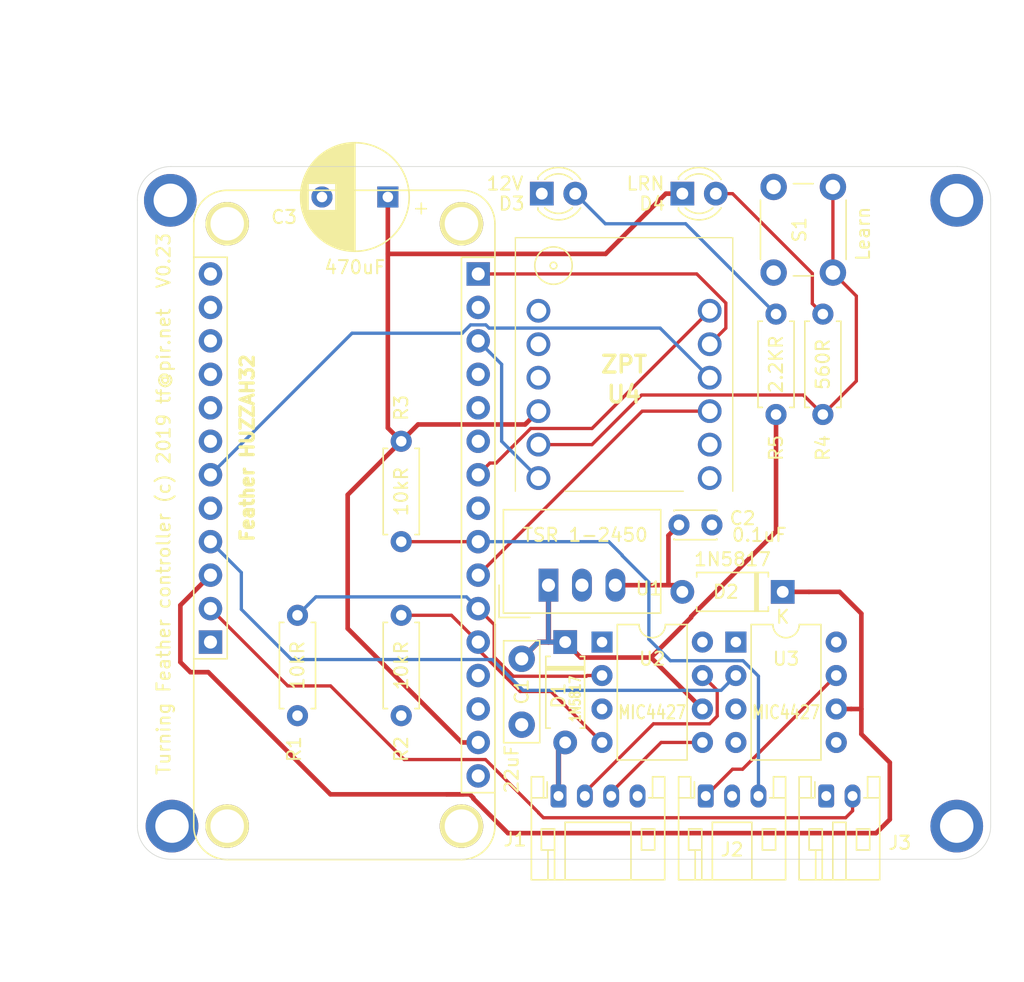
<source format=kicad_pcb>
(kicad_pcb (version 20171130) (host pcbnew "(5.1.4-0-10_14)")

  (general
    (thickness 1.6)
    (drawings 26)
    (tracks 163)
    (zones 0)
    (modules 21)
    (nets 46)
  )

  (page A4)
  (layers
    (0 F.Cu signal)
    (31 B.Cu signal)
    (37 F.SilkS user)
    (38 B.Mask user)
    (39 F.Mask user)
    (40 Dwgs.User user)
    (41 Cmts.User user)
    (44 Edge.Cuts user)
    (45 Margin user)
    (46 B.CrtYd user)
    (47 F.CrtYd user)
    (49 F.Fab user)
  )

  (setup
    (last_trace_width 0.25)
    (trace_clearance 0.2)
    (zone_clearance 0.508)
    (zone_45_only no)
    (trace_min 0.2)
    (via_size 0.8)
    (via_drill 0.4)
    (via_min_size 0.6)
    (via_min_drill 0.35)
    (uvia_size 0.35)
    (uvia_drill 0.25)
    (uvias_allowed no)
    (uvia_min_size 0.3)
    (uvia_min_drill 0.25)
    (edge_width 0.05)
    (segment_width 0.2)
    (pcb_text_width 0.3)
    (pcb_text_size 1.5 1.5)
    (mod_edge_width 0.12)
    (mod_text_size 1 1)
    (mod_text_width 0.15)
    (pad_size 3.302 3.302)
    (pad_drill 2.54)
    (pad_to_mask_clearance 0.051)
    (solder_mask_min_width 0.25)
    (aux_axis_origin 0 0)
    (visible_elements FFFFFFFF)
    (pcbplotparams
      (layerselection 0x010e0_ffffffff)
      (usegerberextensions true)
      (usegerberattributes false)
      (usegerberadvancedattributes false)
      (creategerberjobfile true)
      (excludeedgelayer true)
      (linewidth 0.100000)
      (plotframeref false)
      (viasonmask false)
      (mode 1)
      (useauxorigin false)
      (hpglpennumber 1)
      (hpglpenspeed 20)
      (hpglpendiameter 15.000000)
      (psnegative false)
      (psa4output false)
      (plotreference true)
      (plotvalue true)
      (plotinvisibletext false)
      (padsonsilk false)
      (subtractmaskfromsilk false)
      (outputformat 1)
      (mirror false)
      (drillshape 0)
      (scaleselection 1)
      (outputdirectory "plots/"))
  )

  (net 0 "")
  (net 1 +12V)
  (net 2 GND)
  (net 3 +5V)
  (net 4 "Net-(D1-Pad2)")
  (net 5 +3V3)
  (net 6 "Net-(J1-Pad2)")
  (net 7 "Net-(J1-Pad3)")
  (net 8 "Net-(J2-Pad1)")
  (net 9 "Net-(J2-Pad3)")
  (net 10 "Net-(JP1-Pad1)")
  (net 11 "Net-(JP1-Pad3)")
  (net 12 "Net-(JP1-Pad5)")
  (net 13 "Net-(JP1-Pad6)")
  (net 14 "Net-(JP1-Pad7)")
  (net 15 "Net-(JP1-Pad9)")
  (net 16 "Net-(JP1-Pad10)")
  (net 17 "Net-(JP1-Pad11)")
  (net 18 "Net-(JP1-Pad12)")
  (net 19 "Net-(JP1-Pad13)")
  (net 20 "Net-(JP1-Pad14)")
  (net 21 "Net-(JP1-Pad15)")
  (net 22 "Net-(JP1-Pad16)")
  (net 23 "Net-(JP1-Pad17)")
  (net 24 "Net-(JP1-Pad25)")
  (net 25 "Net-(JP1-Pad24)")
  (net 26 "Net-(JP1-Pad23)")
  (net 27 "Net-(JP1-Pad22)")
  (net 28 "Net-(JP1-Pad21)")
  (net 29 "Net-(JP1-Pad20)")
  (net 30 "Net-(JP1-Pad19)")
  (net 31 "Net-(JP1-Pad18)")
  (net 32 "Net-(U2-Pad1)")
  (net 33 "Net-(U2-Pad8)")
  (net 34 "Net-(U3-Pad8)")
  (net 35 "Net-(U3-Pad4)")
  (net 36 "Net-(U3-Pad5)")
  (net 37 "Net-(U3-Pad1)")
  (net 38 "Net-(U4-Pad1)")
  (net 39 "Net-(U4-Pad7)")
  (net 40 "Net-(JP1-Pad28)")
  (net 41 "Net-(R4-Pad1)")
  (net 42 "Net-(D3-Pad2)")
  (net 43 "Net-(J3-Pad2)")
  (net 44 "Net-(D4-Pad2)")
  (net 45 "Net-(C2-Pad1)")

  (net_class Default "This is the default net class."
    (clearance 0.2)
    (trace_width 0.25)
    (via_dia 0.8)
    (via_drill 0.4)
    (uvia_dia 0.35)
    (uvia_drill 0.25)
    (add_net "Net-(D3-Pad2)")
    (add_net "Net-(D4-Pad2)")
    (add_net "Net-(J1-Pad2)")
    (add_net "Net-(J1-Pad3)")
    (add_net "Net-(J2-Pad1)")
    (add_net "Net-(J2-Pad3)")
    (add_net "Net-(J3-Pad2)")
    (add_net "Net-(JP1-Pad1)")
    (add_net "Net-(JP1-Pad10)")
    (add_net "Net-(JP1-Pad11)")
    (add_net "Net-(JP1-Pad12)")
    (add_net "Net-(JP1-Pad13)")
    (add_net "Net-(JP1-Pad14)")
    (add_net "Net-(JP1-Pad15)")
    (add_net "Net-(JP1-Pad16)")
    (add_net "Net-(JP1-Pad17)")
    (add_net "Net-(JP1-Pad18)")
    (add_net "Net-(JP1-Pad19)")
    (add_net "Net-(JP1-Pad20)")
    (add_net "Net-(JP1-Pad21)")
    (add_net "Net-(JP1-Pad22)")
    (add_net "Net-(JP1-Pad23)")
    (add_net "Net-(JP1-Pad24)")
    (add_net "Net-(JP1-Pad25)")
    (add_net "Net-(JP1-Pad28)")
    (add_net "Net-(JP1-Pad3)")
    (add_net "Net-(JP1-Pad5)")
    (add_net "Net-(JP1-Pad6)")
    (add_net "Net-(JP1-Pad7)")
    (add_net "Net-(JP1-Pad9)")
    (add_net "Net-(R4-Pad1)")
    (add_net "Net-(U2-Pad1)")
    (add_net "Net-(U2-Pad8)")
    (add_net "Net-(U3-Pad1)")
    (add_net "Net-(U3-Pad4)")
    (add_net "Net-(U3-Pad5)")
    (add_net "Net-(U3-Pad8)")
    (add_net "Net-(U4-Pad1)")
    (add_net "Net-(U4-Pad7)")
  )

  (net_class Larger ""
    (clearance 0.2)
    (trace_width 0.35)
    (via_dia 0.8)
    (via_drill 0.4)
    (uvia_dia 0.35)
    (uvia_drill 0.25)
    (add_net +12V)
    (add_net +3V3)
    (add_net +5V)
    (add_net GND)
    (add_net "Net-(C2-Pad1)")
    (add_net "Net-(D1-Pad2)")
  )

  (module Connector_JST:JST_PH_S4B-PH-K_1x04_P2.00mm_Horizontal (layer F.Cu) (tedit 5B7745C6) (tstamp 5D61AA82)
    (at 136.652 160.782)
    (descr "JST PH series connector, S4B-PH-K (http://www.jst-mfg.com/product/pdf/eng/ePH.pdf), generated with kicad-footprint-generator")
    (tags "connector JST PH top entry")
    (path /5D642ECC)
    (fp_text reference J1 (at -3.302 3.302) (layer F.SilkS)
      (effects (font (size 1 1) (thickness 0.15)))
    )
    (fp_text value "Out to RJ45" (at 2.032 7.62) (layer F.Fab)
      (effects (font (size 1 1) (thickness 0.15)))
    )
    (fp_line (start -0.86 0.14) (end -1.14 0.14) (layer F.SilkS) (width 0.12))
    (fp_line (start -1.14 0.14) (end -1.14 -1.46) (layer F.SilkS) (width 0.12))
    (fp_line (start -1.14 -1.46) (end -2.06 -1.46) (layer F.SilkS) (width 0.12))
    (fp_line (start -2.06 -1.46) (end -2.06 6.36) (layer F.SilkS) (width 0.12))
    (fp_line (start -2.06 6.36) (end 8.06 6.36) (layer F.SilkS) (width 0.12))
    (fp_line (start 8.06 6.36) (end 8.06 -1.46) (layer F.SilkS) (width 0.12))
    (fp_line (start 8.06 -1.46) (end 7.14 -1.46) (layer F.SilkS) (width 0.12))
    (fp_line (start 7.14 -1.46) (end 7.14 0.14) (layer F.SilkS) (width 0.12))
    (fp_line (start 7.14 0.14) (end 6.86 0.14) (layer F.SilkS) (width 0.12))
    (fp_line (start 0.5 6.36) (end 0.5 2) (layer F.SilkS) (width 0.12))
    (fp_line (start 0.5 2) (end 5.5 2) (layer F.SilkS) (width 0.12))
    (fp_line (start 5.5 2) (end 5.5 6.36) (layer F.SilkS) (width 0.12))
    (fp_line (start -2.06 0.14) (end -1.14 0.14) (layer F.SilkS) (width 0.12))
    (fp_line (start 8.06 0.14) (end 7.14 0.14) (layer F.SilkS) (width 0.12))
    (fp_line (start -1.3 2.5) (end -1.3 4.1) (layer F.SilkS) (width 0.12))
    (fp_line (start -1.3 4.1) (end -0.3 4.1) (layer F.SilkS) (width 0.12))
    (fp_line (start -0.3 4.1) (end -0.3 2.5) (layer F.SilkS) (width 0.12))
    (fp_line (start -0.3 2.5) (end -1.3 2.5) (layer F.SilkS) (width 0.12))
    (fp_line (start 7.3 2.5) (end 7.3 4.1) (layer F.SilkS) (width 0.12))
    (fp_line (start 7.3 4.1) (end 6.3 4.1) (layer F.SilkS) (width 0.12))
    (fp_line (start 6.3 4.1) (end 6.3 2.5) (layer F.SilkS) (width 0.12))
    (fp_line (start 6.3 2.5) (end 7.3 2.5) (layer F.SilkS) (width 0.12))
    (fp_line (start -0.3 4.1) (end -0.3 6.36) (layer F.SilkS) (width 0.12))
    (fp_line (start -0.8 4.1) (end -0.8 6.36) (layer F.SilkS) (width 0.12))
    (fp_line (start -2.45 -1.85) (end -2.45 6.75) (layer F.CrtYd) (width 0.05))
    (fp_line (start -2.45 6.75) (end 8.45 6.75) (layer F.CrtYd) (width 0.05))
    (fp_line (start 8.45 6.75) (end 8.45 -1.85) (layer F.CrtYd) (width 0.05))
    (fp_line (start 8.45 -1.85) (end -2.45 -1.85) (layer F.CrtYd) (width 0.05))
    (fp_line (start -1.25 0.25) (end -1.25 -1.35) (layer F.Fab) (width 0.1))
    (fp_line (start -1.25 -1.35) (end -1.95 -1.35) (layer F.Fab) (width 0.1))
    (fp_line (start -1.95 -1.35) (end -1.95 6.25) (layer F.Fab) (width 0.1))
    (fp_line (start -1.95 6.25) (end 7.95 6.25) (layer F.Fab) (width 0.1))
    (fp_line (start 7.95 6.25) (end 7.95 -1.35) (layer F.Fab) (width 0.1))
    (fp_line (start 7.95 -1.35) (end 7.25 -1.35) (layer F.Fab) (width 0.1))
    (fp_line (start 7.25 -1.35) (end 7.25 0.25) (layer F.Fab) (width 0.1))
    (fp_line (start 7.25 0.25) (end -1.25 0.25) (layer F.Fab) (width 0.1))
    (fp_line (start -0.86 0.14) (end -0.86 -1.075) (layer F.SilkS) (width 0.12))
    (fp_line (start 0 0.875) (end -0.5 1.375) (layer F.Fab) (width 0.1))
    (fp_line (start -0.5 1.375) (end 0.5 1.375) (layer F.Fab) (width 0.1))
    (fp_line (start 0.5 1.375) (end 0 0.875) (layer F.Fab) (width 0.1))
    (fp_text user %R (at 3 2.5) (layer F.Fab)
      (effects (font (size 1 1) (thickness 0.15)))
    )
    (pad 1 thru_hole roundrect (at 0 0) (size 1.2 1.75) (drill 0.75) (layers *.Cu *.Mask) (roundrect_rratio 0.208333)
      (net 4 "Net-(D1-Pad2)"))
    (pad 2 thru_hole oval (at 2 0) (size 1.2 1.75) (drill 0.75) (layers *.Cu *.Mask)
      (net 6 "Net-(J1-Pad2)"))
    (pad 3 thru_hole oval (at 4 0) (size 1.2 1.75) (drill 0.75) (layers *.Cu *.Mask)
      (net 7 "Net-(J1-Pad3)"))
    (pad 4 thru_hole oval (at 6 0) (size 1.2 1.75) (drill 0.75) (layers *.Cu *.Mask)
      (net 2 GND))
    (model ${KISYS3DMOD}/Connector_JST.3dshapes/JST_PH_S4B-PH-K_1x04_P2.00mm_Horizontal.wrl
      (at (xyz 0 0 0))
      (scale (xyz 1 1 1))
      (rotate (xyz 0 0 0))
    )
  )

  (module turning-feather:ADAFRUIT_FEATHER (layer F.Cu) (tedit 5D66775C) (tstamp 5D656B17)
    (at 120.396 140.208 180)
    (path /5DA00FAC)
    (fp_text reference JP1 (at 7.366 19.05 180) (layer F.SilkS) hide
      (effects (font (size 1 1) (thickness 0.25)))
    )
    (fp_text value "Feather HUZZAH32" (at 7.366 5.842 270) (layer F.SilkS)
      (effects (font (size 1 1) (thickness 0.25)))
    )
    (fp_line (start -11.43 -20.32) (end -8.89 -20.32) (layer F.SilkS) (width 0.12))
    (fp_line (start -8.89 -20.32) (end -8.89 20.32) (layer F.SilkS) (width 0.12))
    (fp_line (start -8.89 20.32) (end -11.43 20.32) (layer F.SilkS) (width 0.12))
    (fp_line (start -11.43 20.32) (end -8.89 20.32) (layer F.SilkS) (width 0.12))
    (fp_line (start 11.43 20.32) (end 8.89 20.32) (layer F.SilkS) (width 0.12))
    (fp_line (start 8.89 20.32) (end 8.89 -10.16) (layer F.SilkS) (width 0.12))
    (fp_line (start 8.89 -10.16) (end 11.43 -10.16) (layer F.SilkS) (width 0.12))
    (fp_arc (start -8.89 -22.86) (end -8.89 -25.4) (angle -90) (layer F.SilkS) (width 0.12))
    (fp_arc (start 8.89 -22.86) (end 11.43 -22.86) (angle -90) (layer F.SilkS) (width 0.12))
    (fp_arc (start 8.89 22.86) (end 8.89 25.4) (angle -90) (layer F.SilkS) (width 0.12))
    (fp_arc (start -8.89 22.86) (end -11.43 22.86) (angle -90) (layer F.SilkS) (width 0.12))
    (fp_line (start -8.89 25.4) (end 8.89 25.4) (layer F.SilkS) (width 0.12))
    (fp_line (start 11.43 22.86) (end 11.43 -22.86) (layer F.SilkS) (width 0.12))
    (fp_line (start 8.89 -25.4) (end -8.89 -25.4) (layer F.SilkS) (width 0.12))
    (fp_line (start -11.43 -22.86) (end -11.43 22.86) (layer F.SilkS) (width 0.12))
    (fp_poly (pts (xy 3.81 -20.32) (xy -3.81 -20.32) (xy -3.81 -26.67) (xy 3.81 -26.67)) (layer Dwgs.User) (width 0.1))
    (fp_line (start -8.763 20.447) (end -11.557 20.447) (layer F.CrtYd) (width 0.05))
    (fp_line (start -11.557 20.447) (end -11.557 -20.447) (layer F.CrtYd) (width 0.05))
    (fp_line (start -11.557 -20.447) (end -8.763 -20.447) (layer F.CrtYd) (width 0.05))
    (fp_line (start -8.763 -20.447) (end -8.763 20.447) (layer F.CrtYd) (width 0.05))
    (fp_line (start 8.763 20.447) (end 11.557 20.447) (layer F.CrtYd) (width 0.05))
    (fp_line (start 11.557 20.447) (end 11.557 -10.287) (layer F.CrtYd) (width 0.05))
    (fp_line (start 11.557 -10.287) (end 8.763 -10.287) (layer F.CrtYd) (width 0.05))
    (fp_line (start 8.763 -10.287) (end 8.763 20.447) (layer F.CrtYd) (width 0.05))
    (pad "" thru_hole circle (at 8.89 -22.86 90) (size 3.302 3.302) (drill 2.54) (layers *.Cu *.Mask F.SilkS))
    (pad "" thru_hole circle (at -8.89 -22.86 90) (size 3.302 3.302) (drill 2.54) (layers *.Cu *.Mask F.SilkS))
    (pad "" thru_hole circle (at -8.89 22.86 90) (size 3.302 3.302) (drill 2.54) (layers *.Cu *.Mask F.SilkS))
    (pad "" thru_hole circle (at 8.89 22.86 90) (size 3.302 3.302) (drill 2.54) (layers *.Cu *.Mask F.SilkS))
    (pad 1 thru_hole circle (at -10.16 -19.05 90) (size 1.778 1.778) (drill 0.9906) (layers *.Cu *.Mask)
      (net 10 "Net-(JP1-Pad1)"))
    (pad 2 thru_hole circle (at -10.16 -16.51 90) (size 1.778 1.778) (drill 0.9906) (layers *.Cu *.Mask)
      (net 5 +3V3))
    (pad 3 thru_hole circle (at -10.16 -13.97 90) (size 1.778 1.778) (drill 0.9906) (layers *.Cu *.Mask)
      (net 11 "Net-(JP1-Pad3)"))
    (pad 4 thru_hole circle (at -10.16 -11.43 90) (size 1.778 1.778) (drill 0.9906) (layers *.Cu *.Mask)
      (net 2 GND))
    (pad 5 thru_hole circle (at -10.16 -8.89 90) (size 1.778 1.778) (drill 0.9906) (layers *.Cu *.Mask)
      (net 12 "Net-(JP1-Pad5)"))
    (pad 6 thru_hole circle (at -10.16 -6.35 90) (size 1.778 1.778) (drill 0.9906) (layers *.Cu *.Mask)
      (net 13 "Net-(JP1-Pad6)"))
    (pad 7 thru_hole circle (at -10.16 -3.81 90) (size 1.778 1.778) (drill 0.9906) (layers *.Cu *.Mask)
      (net 14 "Net-(JP1-Pad7)"))
    (pad 8 thru_hole circle (at -10.16 -1.27 90) (size 1.778 1.778) (drill 0.9906) (layers *.Cu *.Mask)
      (net 9 "Net-(J2-Pad3)"))
    (pad 9 thru_hole circle (at -10.16 1.27 90) (size 1.778 1.778) (drill 0.9906) (layers *.Cu *.Mask)
      (net 15 "Net-(JP1-Pad9)"))
    (pad 10 thru_hole circle (at -10.16 3.81 90) (size 1.778 1.778) (drill 0.9906) (layers *.Cu *.Mask)
      (net 16 "Net-(JP1-Pad10)"))
    (pad 11 thru_hole circle (at -10.16 6.35 90) (size 1.778 1.778) (drill 0.9906) (layers *.Cu *.Mask)
      (net 17 "Net-(JP1-Pad11)"))
    (pad 12 thru_hole circle (at -10.16 8.89 90) (size 1.778 1.778) (drill 0.9906) (layers *.Cu *.Mask)
      (net 18 "Net-(JP1-Pad12)"))
    (pad 13 thru_hole circle (at -10.16 11.43 90) (size 1.778 1.778) (drill 0.9906) (layers *.Cu *.Mask)
      (net 19 "Net-(JP1-Pad13)"))
    (pad 14 thru_hole circle (at -10.16 13.97 90) (size 1.778 1.778) (drill 0.9906) (layers *.Cu *.Mask)
      (net 20 "Net-(JP1-Pad14)"))
    (pad 15 thru_hole circle (at -10.16 16.51 90) (size 1.778 1.778) (drill 0.9906) (layers *.Cu *.Mask)
      (net 21 "Net-(JP1-Pad15)"))
    (pad 16 thru_hole rect (at -10.16 19.05 90) (size 1.778 1.778) (drill 0.9906) (layers *.Cu *.Mask)
      (net 22 "Net-(JP1-Pad16)"))
    (pad 27 thru_hole circle (at 10.16 -6.35 90) (size 1.778 1.778) (drill 0.9906) (layers *.Cu *.Mask)
      (net 43 "Net-(J3-Pad2)"))
    (pad 28 thru_hole rect (at 10.16 -8.89 90) (size 1.778 1.778) (drill 0.9906) (layers *.Cu *.Mask)
      (net 40 "Net-(JP1-Pad28)"))
    (pad 26 thru_hole circle (at 10.16 -3.81 90) (size 1.778 1.778) (drill 0.9906) (layers *.Cu *.Mask)
      (net 3 +5V))
    (pad 25 thru_hole circle (at 10.16 -1.27 90) (size 1.778 1.778) (drill 0.9906) (layers *.Cu *.Mask)
      (net 24 "Net-(JP1-Pad25)"))
    (pad 24 thru_hole circle (at 10.16 1.27 90) (size 1.778 1.778) (drill 0.9906) (layers *.Cu *.Mask)
      (net 25 "Net-(JP1-Pad24)"))
    (pad 23 thru_hole circle (at 10.16 3.81 90) (size 1.778 1.778) (drill 0.9906) (layers *.Cu *.Mask)
      (net 26 "Net-(JP1-Pad23)"))
    (pad 22 thru_hole circle (at 10.16 6.35 90) (size 1.778 1.778) (drill 0.9906) (layers *.Cu *.Mask)
      (net 27 "Net-(JP1-Pad22)"))
    (pad 21 thru_hole circle (at 10.16 8.89 90) (size 1.778 1.778) (drill 0.9906) (layers *.Cu *.Mask)
      (net 28 "Net-(JP1-Pad21)"))
    (pad 20 thru_hole circle (at 10.16 11.43 90) (size 1.778 1.778) (drill 0.9906) (layers *.Cu *.Mask)
      (net 29 "Net-(JP1-Pad20)"))
    (pad 19 thru_hole circle (at 10.16 13.97 90) (size 1.778 1.778) (drill 0.9906) (layers *.Cu *.Mask)
      (net 30 "Net-(JP1-Pad19)"))
    (pad 18 thru_hole circle (at 10.16 16.51 90) (size 1.778 1.778) (drill 0.9906) (layers *.Cu *.Mask)
      (net 31 "Net-(JP1-Pad18)"))
    (pad 17 thru_hole circle (at 10.16 19.05 90) (size 1.778 1.778) (drill 0.9906) (layers *.Cu *.Mask)
      (net 23 "Net-(JP1-Pad17)"))
  )

  (module Button_Switch_THT:SW_PUSH_6mm_H5mm (layer F.Cu) (tedit 5A02FE31) (tstamp 5D61AB2E)
    (at 157.48 114.554 270)
    (descr "tactile push button, 6x6mm e.g. PHAP33xx series, height=5mm")
    (tags "tact sw push 6mm")
    (path /5D66CA4E)
    (fp_text reference S1 (at 3.25 2.54 90) (layer F.SilkS)
      (effects (font (size 1 1) (thickness 0.15)))
    )
    (fp_text value Learn (at 3.556 -2.286 90) (layer F.SilkS)
      (effects (font (size 1 1) (thickness 0.15)))
    )
    (fp_line (start 3.25 -0.75) (end 6.25 -0.75) (layer F.Fab) (width 0.1))
    (fp_line (start 6.25 -0.75) (end 6.25 5.25) (layer F.Fab) (width 0.1))
    (fp_line (start 6.25 5.25) (end 0.25 5.25) (layer F.Fab) (width 0.1))
    (fp_line (start 0.25 5.25) (end 0.25 -0.75) (layer F.Fab) (width 0.1))
    (fp_line (start 0.25 -0.75) (end 3.25 -0.75) (layer F.Fab) (width 0.1))
    (fp_line (start 7.75 6) (end 8 6) (layer F.CrtYd) (width 0.05))
    (fp_line (start 8 6) (end 8 5.75) (layer F.CrtYd) (width 0.05))
    (fp_line (start 7.75 -1.5) (end 8 -1.5) (layer F.CrtYd) (width 0.05))
    (fp_line (start 8 -1.5) (end 8 -1.25) (layer F.CrtYd) (width 0.05))
    (fp_line (start -1.5 -1.25) (end -1.5 -1.5) (layer F.CrtYd) (width 0.05))
    (fp_line (start -1.5 -1.5) (end -1.25 -1.5) (layer F.CrtYd) (width 0.05))
    (fp_line (start -1.5 5.75) (end -1.5 6) (layer F.CrtYd) (width 0.05))
    (fp_line (start -1.5 6) (end -1.25 6) (layer F.CrtYd) (width 0.05))
    (fp_line (start -1.25 -1.5) (end 7.75 -1.5) (layer F.CrtYd) (width 0.05))
    (fp_line (start -1.5 5.75) (end -1.5 -1.25) (layer F.CrtYd) (width 0.05))
    (fp_line (start 7.75 6) (end -1.25 6) (layer F.CrtYd) (width 0.05))
    (fp_line (start 8 -1.25) (end 8 5.75) (layer F.CrtYd) (width 0.05))
    (fp_line (start 1 5.5) (end 5.5 5.5) (layer F.SilkS) (width 0.12))
    (fp_line (start -0.25 1.5) (end -0.25 3) (layer F.SilkS) (width 0.12))
    (fp_line (start 5.5 -1) (end 1 -1) (layer F.SilkS) (width 0.12))
    (fp_line (start 6.75 3) (end 6.75 1.5) (layer F.SilkS) (width 0.12))
    (fp_circle (center 3.25 2.25) (end 1.25 2.5) (layer F.Fab) (width 0.1))
    (pad 2 thru_hole circle (at 0 4.5) (size 2 2) (drill 1.1) (layers *.Cu *.Mask)
      (net 2 GND))
    (pad 1 thru_hole circle (at 0 0) (size 2 2) (drill 1.1) (layers *.Cu *.Mask)
      (net 41 "Net-(R4-Pad1)"))
    (pad 2 thru_hole circle (at 6.5 4.5) (size 2 2) (drill 1.1) (layers *.Cu *.Mask)
      (net 2 GND))
    (pad 1 thru_hole circle (at 6.5 0) (size 2 2) (drill 1.1) (layers *.Cu *.Mask)
      (net 41 "Net-(R4-Pad1)"))
    (model ${KISYS3DMOD}/Button_Switch_THT.3dshapes/SW_PUSH_6mm_H5mm.wrl
      (at (xyz 0 0 0))
      (scale (xyz 1 1 1))
      (rotate (xyz 0 0 0))
    )
  )

  (module turning-feather:ZPT8RD (layer F.Cu) (tedit 5D6477C2) (tstamp 5D67E3E2)
    (at 135.128 123.952)
    (descr ZPT-8RD-2)
    (tags "Integrated Circuit")
    (path /5D76D1B9)
    (fp_text reference U4 (at 6.5 6.35) (layer F.SilkS)
      (effects (font (size 1.27 1.27) (thickness 0.254)))
    )
    (fp_text value ZPT (at 6.5 4.075) (layer F.SilkS)
      (effects (font (size 1.27 1.27) (thickness 0.254)))
    )
    (fp_line (start -1.75 13.7) (end 14.75 13.7) (layer F.Fab) (width 0.2))
    (fp_line (start 14.75 13.7) (end 14.75 -5.55) (layer F.Fab) (width 0.2))
    (fp_line (start 14.75 -5.55) (end -1.75 -5.55) (layer F.Fab) (width 0.2))
    (fp_line (start -1.75 -5.55) (end -1.75 13.7) (layer F.Fab) (width 0.2))
    (fp_line (start -2.75 -6.55) (end 15.75 -6.55) (layer F.CrtYd) (width 0.1))
    (fp_line (start 15.75 -6.55) (end 15.75 14.7) (layer F.CrtYd) (width 0.1))
    (fp_line (start 15.75 14.7) (end -2.75 14.7) (layer F.CrtYd) (width 0.1))
    (fp_line (start -2.75 14.7) (end -2.75 -6.55) (layer F.CrtYd) (width 0.1))
    (fp_line (start -1.75 13.7) (end -1.75 -5.55) (layer F.SilkS) (width 0.1))
    (fp_line (start -1.75 -5.55) (end 14.75 -5.55) (layer F.SilkS) (width 0.1))
    (fp_line (start 14.75 -5.55) (end 14.75 13.7) (layer F.SilkS) (width 0.1))
    (fp_line (start 2 13.7) (end 11 13.7) (layer F.SilkS) (width 0.1))
    (fp_circle (center 1.143 -3.429) (end 2.413 -4.064) (layer F.SilkS) (width 0.12))
    (fp_circle (center 1.143 -3.429) (end 1.397 -3.429) (layer F.SilkS) (width 0.12))
    (pad 1 thru_hole circle (at 0 0) (size 1.8 1.8) (drill 1.2) (layers *.Cu *.Mask)
      (net 38 "Net-(U4-Pad1)"))
    (pad 2 thru_hole circle (at 0 2.54) (size 1.8 1.8) (drill 1.2) (layers *.Cu *.Mask)
      (net 2 GND))
    (pad 3 thru_hole circle (at 0 5.08) (size 1.8 1.8) (drill 1.2) (layers *.Cu *.Mask)
      (net 2 GND))
    (pad 4 thru_hole circle (at 0 7.62) (size 1.8 1.8) (drill 1.2) (layers *.Cu *.Mask)
      (net 5 +3V3))
    (pad 5 thru_hole circle (at 0 10.16) (size 1.8 1.8) (drill 1.2) (layers *.Cu *.Mask)
      (net 41 "Net-(R4-Pad1)"))
    (pad 6 thru_hole circle (at 0 12.7) (size 1.8 1.8) (drill 1.2) (layers *.Cu *.Mask)
      (net 20 "Net-(JP1-Pad14)"))
    (pad 7 thru_hole circle (at 13 12.7) (size 1.8 1.8) (drill 1.2) (layers *.Cu *.Mask)
      (net 39 "Net-(U4-Pad7)"))
    (pad 8 thru_hole circle (at 13 10.16) (size 1.8 1.8) (drill 1.2) (layers *.Cu *.Mask)
      (net 2 GND))
    (pad 9 thru_hole circle (at 13 7.62) (size 1.8 1.8) (drill 1.2) (layers *.Cu *.Mask)
      (net 14 "Net-(JP1-Pad7)"))
    (pad 10 thru_hole circle (at 13 5.08) (size 1.8 1.8) (drill 1.2) (layers *.Cu *.Mask)
      (net 26 "Net-(JP1-Pad23)"))
    (pad 11 thru_hole circle (at 13 2.54) (size 1.8 1.8) (drill 1.2) (layers *.Cu *.Mask)
      (net 22 "Net-(JP1-Pad16)"))
    (pad 12 thru_hole circle (at 13 0) (size 1.8 1.8) (drill 1.2) (layers *.Cu *.Mask)
      (net 16 "Net-(JP1-Pad10)"))
    (model ZPT-8RD.stp
      (at (xyz 0 0 0))
      (scale (xyz 1 1 1))
      (rotate (xyz 0 0 0))
    )
  )

  (module Capacitor_THT:CP_Radial_D8.0mm_P5.00mm (layer F.Cu) (tedit 5D64505A) (tstamp 5D65396D)
    (at 123.698 115.316 180)
    (descr "CP, Radial series, Radial, pin pitch=5.00mm, , diameter=8mm, Electrolytic Capacitor")
    (tags "CP Radial series Radial pin pitch 5.00mm  diameter 8mm Electrolytic Capacitor")
    (path /5DB0B693)
    (fp_text reference C3 (at 7.874 -1.524) (layer F.SilkS)
      (effects (font (size 1 1) (thickness 0.15)))
    )
    (fp_text value 470uF (at 2.5 -5.334) (layer F.SilkS)
      (effects (font (size 1 1) (thickness 0.15)))
    )
    (fp_text user " " (at 2.5 0) (layer F.Fab) hide
      (effects (font (size 1 1) (thickness 0.15)))
    )
    (fp_line (start -2.54 -1.27) (end -2.54 -0.47) (layer F.SilkS) (width 0.12))
    (fp_line (start -2.921 -0.889) (end -2.121 -0.889) (layer F.SilkS) (width 0.12))
    (fp_line (start 6.581 -0.533) (end 6.581 0.533) (layer F.SilkS) (width 0.12))
    (fp_line (start 6.541 -0.768) (end 6.541 0.768) (layer F.SilkS) (width 0.12))
    (fp_line (start 6.501 -0.948) (end 6.501 0.948) (layer F.SilkS) (width 0.12))
    (fp_line (start 6.461 -1.098) (end 6.461 1.098) (layer F.SilkS) (width 0.12))
    (fp_line (start 6.421 -1.229) (end 6.421 1.229) (layer F.SilkS) (width 0.12))
    (fp_line (start 6.381 -1.346) (end 6.381 1.346) (layer F.SilkS) (width 0.12))
    (fp_line (start 6.341 -1.453) (end 6.341 1.453) (layer F.SilkS) (width 0.12))
    (fp_line (start 6.301 -1.552) (end 6.301 1.552) (layer F.SilkS) (width 0.12))
    (fp_line (start 6.261 -1.645) (end 6.261 1.645) (layer F.SilkS) (width 0.12))
    (fp_line (start 6.221 -1.731) (end 6.221 1.731) (layer F.SilkS) (width 0.12))
    (fp_line (start 6.181 -1.813) (end 6.181 1.813) (layer F.SilkS) (width 0.12))
    (fp_line (start 6.141 -1.89) (end 6.141 1.89) (layer F.SilkS) (width 0.12))
    (fp_line (start 6.101 -1.964) (end 6.101 1.964) (layer F.SilkS) (width 0.12))
    (fp_line (start 6.061 -2.034) (end 6.061 2.034) (layer F.SilkS) (width 0.12))
    (fp_line (start 6.021 1.04) (end 6.021 2.102) (layer F.SilkS) (width 0.12))
    (fp_line (start 6.021 -2.102) (end 6.021 -1.04) (layer F.SilkS) (width 0.12))
    (fp_line (start 5.981 1.04) (end 5.981 2.166) (layer F.SilkS) (width 0.12))
    (fp_line (start 5.981 -2.166) (end 5.981 -1.04) (layer F.SilkS) (width 0.12))
    (fp_line (start 5.941 1.04) (end 5.941 2.228) (layer F.SilkS) (width 0.12))
    (fp_line (start 5.941 -2.228) (end 5.941 -1.04) (layer F.SilkS) (width 0.12))
    (fp_line (start 5.901 1.04) (end 5.901 2.287) (layer F.SilkS) (width 0.12))
    (fp_line (start 5.901 -2.287) (end 5.901 -1.04) (layer F.SilkS) (width 0.12))
    (fp_line (start 5.861 1.04) (end 5.861 2.345) (layer F.SilkS) (width 0.12))
    (fp_line (start 5.861 -2.345) (end 5.861 -1.04) (layer F.SilkS) (width 0.12))
    (fp_line (start 5.821 1.04) (end 5.821 2.4) (layer F.SilkS) (width 0.12))
    (fp_line (start 5.821 -2.4) (end 5.821 -1.04) (layer F.SilkS) (width 0.12))
    (fp_line (start 5.781 1.04) (end 5.781 2.454) (layer F.SilkS) (width 0.12))
    (fp_line (start 5.781 -2.454) (end 5.781 -1.04) (layer F.SilkS) (width 0.12))
    (fp_line (start 5.741 1.04) (end 5.741 2.505) (layer F.SilkS) (width 0.12))
    (fp_line (start 5.741 -2.505) (end 5.741 -1.04) (layer F.SilkS) (width 0.12))
    (fp_line (start 5.701 1.04) (end 5.701 2.556) (layer F.SilkS) (width 0.12))
    (fp_line (start 5.701 -2.556) (end 5.701 -1.04) (layer F.SilkS) (width 0.12))
    (fp_line (start 5.661 1.04) (end 5.661 2.604) (layer F.SilkS) (width 0.12))
    (fp_line (start 5.661 -2.604) (end 5.661 -1.04) (layer F.SilkS) (width 0.12))
    (fp_line (start 5.621 1.04) (end 5.621 2.651) (layer F.SilkS) (width 0.12))
    (fp_line (start 5.621 -2.651) (end 5.621 -1.04) (layer F.SilkS) (width 0.12))
    (fp_line (start 5.581 1.04) (end 5.581 2.697) (layer F.SilkS) (width 0.12))
    (fp_line (start 5.581 -2.697) (end 5.581 -1.04) (layer F.SilkS) (width 0.12))
    (fp_line (start 5.541 1.04) (end 5.541 2.741) (layer F.SilkS) (width 0.12))
    (fp_line (start 5.541 -2.741) (end 5.541 -1.04) (layer F.SilkS) (width 0.12))
    (fp_line (start 5.501 1.04) (end 5.501 2.784) (layer F.SilkS) (width 0.12))
    (fp_line (start 5.501 -2.784) (end 5.501 -1.04) (layer F.SilkS) (width 0.12))
    (fp_line (start 5.461 1.04) (end 5.461 2.826) (layer F.SilkS) (width 0.12))
    (fp_line (start 5.461 -2.826) (end 5.461 -1.04) (layer F.SilkS) (width 0.12))
    (fp_line (start 5.421 1.04) (end 5.421 2.867) (layer F.SilkS) (width 0.12))
    (fp_line (start 5.421 -2.867) (end 5.421 -1.04) (layer F.SilkS) (width 0.12))
    (fp_line (start 5.381 1.04) (end 5.381 2.907) (layer F.SilkS) (width 0.12))
    (fp_line (start 5.381 -2.907) (end 5.381 -1.04) (layer F.SilkS) (width 0.12))
    (fp_line (start 5.341 1.04) (end 5.341 2.945) (layer F.SilkS) (width 0.12))
    (fp_line (start 5.341 -2.945) (end 5.341 -1.04) (layer F.SilkS) (width 0.12))
    (fp_line (start 5.301 1.04) (end 5.301 2.983) (layer F.SilkS) (width 0.12))
    (fp_line (start 5.301 -2.983) (end 5.301 -1.04) (layer F.SilkS) (width 0.12))
    (fp_line (start 5.261 1.04) (end 5.261 3.019) (layer F.SilkS) (width 0.12))
    (fp_line (start 5.261 -3.019) (end 5.261 -1.04) (layer F.SilkS) (width 0.12))
    (fp_line (start 5.221 1.04) (end 5.221 3.055) (layer F.SilkS) (width 0.12))
    (fp_line (start 5.221 -3.055) (end 5.221 -1.04) (layer F.SilkS) (width 0.12))
    (fp_line (start 5.181 1.04) (end 5.181 3.09) (layer F.SilkS) (width 0.12))
    (fp_line (start 5.181 -3.09) (end 5.181 -1.04) (layer F.SilkS) (width 0.12))
    (fp_line (start 5.141 1.04) (end 5.141 3.124) (layer F.SilkS) (width 0.12))
    (fp_line (start 5.141 -3.124) (end 5.141 -1.04) (layer F.SilkS) (width 0.12))
    (fp_line (start 5.101 1.04) (end 5.101 3.156) (layer F.SilkS) (width 0.12))
    (fp_line (start 5.101 -3.156) (end 5.101 -1.04) (layer F.SilkS) (width 0.12))
    (fp_line (start 5.061 1.04) (end 5.061 3.189) (layer F.SilkS) (width 0.12))
    (fp_line (start 5.061 -3.189) (end 5.061 -1.04) (layer F.SilkS) (width 0.12))
    (fp_line (start 5.021 1.04) (end 5.021 3.22) (layer F.SilkS) (width 0.12))
    (fp_line (start 5.021 -3.22) (end 5.021 -1.04) (layer F.SilkS) (width 0.12))
    (fp_line (start 4.981 1.04) (end 4.981 3.25) (layer F.SilkS) (width 0.12))
    (fp_line (start 4.981 -3.25) (end 4.981 -1.04) (layer F.SilkS) (width 0.12))
    (fp_line (start 4.941 1.04) (end 4.941 3.28) (layer F.SilkS) (width 0.12))
    (fp_line (start 4.941 -3.28) (end 4.941 -1.04) (layer F.SilkS) (width 0.12))
    (fp_line (start 4.901 1.04) (end 4.901 3.309) (layer F.SilkS) (width 0.12))
    (fp_line (start 4.901 -3.309) (end 4.901 -1.04) (layer F.SilkS) (width 0.12))
    (fp_line (start 4.861 1.04) (end 4.861 3.338) (layer F.SilkS) (width 0.12))
    (fp_line (start 4.861 -3.338) (end 4.861 -1.04) (layer F.SilkS) (width 0.12))
    (fp_line (start 4.821 1.04) (end 4.821 3.365) (layer F.SilkS) (width 0.12))
    (fp_line (start 4.821 -3.365) (end 4.821 -1.04) (layer F.SilkS) (width 0.12))
    (fp_line (start 4.781 1.04) (end 4.781 3.392) (layer F.SilkS) (width 0.12))
    (fp_line (start 4.781 -3.392) (end 4.781 -1.04) (layer F.SilkS) (width 0.12))
    (fp_line (start 4.741 1.04) (end 4.741 3.418) (layer F.SilkS) (width 0.12))
    (fp_line (start 4.741 -3.418) (end 4.741 -1.04) (layer F.SilkS) (width 0.12))
    (fp_line (start 4.701 1.04) (end 4.701 3.444) (layer F.SilkS) (width 0.12))
    (fp_line (start 4.701 -3.444) (end 4.701 -1.04) (layer F.SilkS) (width 0.12))
    (fp_line (start 4.661 1.04) (end 4.661 3.469) (layer F.SilkS) (width 0.12))
    (fp_line (start 4.661 -3.469) (end 4.661 -1.04) (layer F.SilkS) (width 0.12))
    (fp_line (start 4.621 1.04) (end 4.621 3.493) (layer F.SilkS) (width 0.12))
    (fp_line (start 4.621 -3.493) (end 4.621 -1.04) (layer F.SilkS) (width 0.12))
    (fp_line (start 4.581 1.04) (end 4.581 3.517) (layer F.SilkS) (width 0.12))
    (fp_line (start 4.581 -3.517) (end 4.581 -1.04) (layer F.SilkS) (width 0.12))
    (fp_line (start 4.541 1.04) (end 4.541 3.54) (layer F.SilkS) (width 0.12))
    (fp_line (start 4.541 -3.54) (end 4.541 -1.04) (layer F.SilkS) (width 0.12))
    (fp_line (start 4.501 1.04) (end 4.501 3.562) (layer F.SilkS) (width 0.12))
    (fp_line (start 4.501 -3.562) (end 4.501 -1.04) (layer F.SilkS) (width 0.12))
    (fp_line (start 4.461 1.04) (end 4.461 3.584) (layer F.SilkS) (width 0.12))
    (fp_line (start 4.461 -3.584) (end 4.461 -1.04) (layer F.SilkS) (width 0.12))
    (fp_line (start 4.421 1.04) (end 4.421 3.606) (layer F.SilkS) (width 0.12))
    (fp_line (start 4.421 -3.606) (end 4.421 -1.04) (layer F.SilkS) (width 0.12))
    (fp_line (start 4.381 1.04) (end 4.381 3.627) (layer F.SilkS) (width 0.12))
    (fp_line (start 4.381 -3.627) (end 4.381 -1.04) (layer F.SilkS) (width 0.12))
    (fp_line (start 4.341 1.04) (end 4.341 3.647) (layer F.SilkS) (width 0.12))
    (fp_line (start 4.341 -3.647) (end 4.341 -1.04) (layer F.SilkS) (width 0.12))
    (fp_line (start 4.301 1.04) (end 4.301 3.666) (layer F.SilkS) (width 0.12))
    (fp_line (start 4.301 -3.666) (end 4.301 -1.04) (layer F.SilkS) (width 0.12))
    (fp_line (start 4.261 1.04) (end 4.261 3.686) (layer F.SilkS) (width 0.12))
    (fp_line (start 4.261 -3.686) (end 4.261 -1.04) (layer F.SilkS) (width 0.12))
    (fp_line (start 4.221 1.04) (end 4.221 3.704) (layer F.SilkS) (width 0.12))
    (fp_line (start 4.221 -3.704) (end 4.221 -1.04) (layer F.SilkS) (width 0.12))
    (fp_line (start 4.181 1.04) (end 4.181 3.722) (layer F.SilkS) (width 0.12))
    (fp_line (start 4.181 -3.722) (end 4.181 -1.04) (layer F.SilkS) (width 0.12))
    (fp_line (start 4.141 1.04) (end 4.141 3.74) (layer F.SilkS) (width 0.12))
    (fp_line (start 4.141 -3.74) (end 4.141 -1.04) (layer F.SilkS) (width 0.12))
    (fp_line (start 4.101 1.04) (end 4.101 3.757) (layer F.SilkS) (width 0.12))
    (fp_line (start 4.101 -3.757) (end 4.101 -1.04) (layer F.SilkS) (width 0.12))
    (fp_line (start 4.061 1.04) (end 4.061 3.774) (layer F.SilkS) (width 0.12))
    (fp_line (start 4.061 -3.774) (end 4.061 -1.04) (layer F.SilkS) (width 0.12))
    (fp_line (start 4.021 1.04) (end 4.021 3.79) (layer F.SilkS) (width 0.12))
    (fp_line (start 4.021 -3.79) (end 4.021 -1.04) (layer F.SilkS) (width 0.12))
    (fp_line (start 3.981 1.04) (end 3.981 3.805) (layer F.SilkS) (width 0.12))
    (fp_line (start 3.981 -3.805) (end 3.981 -1.04) (layer F.SilkS) (width 0.12))
    (fp_line (start 3.941 -3.821) (end 3.941 3.821) (layer F.SilkS) (width 0.12))
    (fp_line (start 3.901 -3.835) (end 3.901 3.835) (layer F.SilkS) (width 0.12))
    (fp_line (start 3.861 -3.85) (end 3.861 3.85) (layer F.SilkS) (width 0.12))
    (fp_line (start 3.821 -3.863) (end 3.821 3.863) (layer F.SilkS) (width 0.12))
    (fp_line (start 3.781 -3.877) (end 3.781 3.877) (layer F.SilkS) (width 0.12))
    (fp_line (start 3.741 -3.889) (end 3.741 3.889) (layer F.SilkS) (width 0.12))
    (fp_line (start 3.701 -3.902) (end 3.701 3.902) (layer F.SilkS) (width 0.12))
    (fp_line (start 3.661 -3.914) (end 3.661 3.914) (layer F.SilkS) (width 0.12))
    (fp_line (start 3.621 -3.925) (end 3.621 3.925) (layer F.SilkS) (width 0.12))
    (fp_line (start 3.581 -3.936) (end 3.581 3.936) (layer F.SilkS) (width 0.12))
    (fp_line (start 3.541 -3.947) (end 3.541 3.947) (layer F.SilkS) (width 0.12))
    (fp_line (start 3.501 -3.957) (end 3.501 3.957) (layer F.SilkS) (width 0.12))
    (fp_line (start 3.461 -3.967) (end 3.461 3.967) (layer F.SilkS) (width 0.12))
    (fp_line (start 3.421 -3.976) (end 3.421 3.976) (layer F.SilkS) (width 0.12))
    (fp_line (start 3.381 -3.985) (end 3.381 3.985) (layer F.SilkS) (width 0.12))
    (fp_line (start 3.341 -3.994) (end 3.341 3.994) (layer F.SilkS) (width 0.12))
    (fp_line (start 3.301 -4.002) (end 3.301 4.002) (layer F.SilkS) (width 0.12))
    (fp_line (start 3.261 -4.01) (end 3.261 4.01) (layer F.SilkS) (width 0.12))
    (fp_line (start 3.221 -4.017) (end 3.221 4.017) (layer F.SilkS) (width 0.12))
    (fp_line (start 3.18 -4.024) (end 3.18 4.024) (layer F.SilkS) (width 0.12))
    (fp_line (start 3.14 -4.03) (end 3.14 4.03) (layer F.SilkS) (width 0.12))
    (fp_line (start 3.1 -4.037) (end 3.1 4.037) (layer F.SilkS) (width 0.12))
    (fp_line (start 3.06 -4.042) (end 3.06 4.042) (layer F.SilkS) (width 0.12))
    (fp_line (start 3.02 -4.048) (end 3.02 4.048) (layer F.SilkS) (width 0.12))
    (fp_line (start 2.98 -4.052) (end 2.98 4.052) (layer F.SilkS) (width 0.12))
    (fp_line (start 2.94 -4.057) (end 2.94 4.057) (layer F.SilkS) (width 0.12))
    (fp_line (start 2.9 -4.061) (end 2.9 4.061) (layer F.SilkS) (width 0.12))
    (fp_line (start 2.86 -4.065) (end 2.86 4.065) (layer F.SilkS) (width 0.12))
    (fp_line (start 2.82 -4.068) (end 2.82 4.068) (layer F.SilkS) (width 0.12))
    (fp_line (start 2.78 -4.071) (end 2.78 4.071) (layer F.SilkS) (width 0.12))
    (fp_line (start 2.74 -4.074) (end 2.74 4.074) (layer F.SilkS) (width 0.12))
    (fp_line (start 2.7 -4.076) (end 2.7 4.076) (layer F.SilkS) (width 0.12))
    (fp_line (start 2.66 -4.077) (end 2.66 4.077) (layer F.SilkS) (width 0.12))
    (fp_line (start 2.62 -4.079) (end 2.62 4.079) (layer F.SilkS) (width 0.12))
    (fp_line (start 2.58 -4.08) (end 2.58 4.08) (layer F.SilkS) (width 0.12))
    (fp_line (start 2.54 -4.08) (end 2.54 4.08) (layer F.SilkS) (width 0.12))
    (fp_line (start 2.5 -4.08) (end 2.5 4.08) (layer F.SilkS) (width 0.12))
    (fp_line (start 0 0.978) (end 0 1.778) (layer F.Fab) (width 0.1))
    (fp_line (start -0.381 1.397) (end 0.419 1.397) (layer F.Fab) (width 0.1))
    (fp_circle (center 2.5 0) (end 6.75 0) (layer F.CrtYd) (width 0.05))
    (fp_circle (center 2.5 0) (end 6.62 0) (layer F.SilkS) (width 0.12))
    (fp_circle (center 2.5 0) (end 6.5 0) (layer F.Fab) (width 0.1))
    (pad 2 thru_hole circle (at 5 0 180) (size 1.6 1.6) (drill 0.8) (layers *.Cu *.Mask)
      (net 2 GND))
    (pad 1 thru_hole rect (at 0 0 180) (size 1.6 1.6) (drill 0.8) (layers *.Cu *.Mask)
      (net 5 +3V3))
    (model ${KISYS3DMOD}/Capacitor_THT.3dshapes/CP_Radial_D8.0mm_P5.00mm.wrl
      (at (xyz 0 0 0))
      (scale (xyz 1 1 1))
      (rotate (xyz 0 0 0))
    )
  )

  (module Package_DIP:DIP-8_W7.62mm (layer F.Cu) (tedit 5A02E8C5) (tstamp 5D61E590)
    (at 150.114 149.098)
    (descr "8-lead though-hole mounted DIP package, row spacing 7.62 mm (300 mils)")
    (tags "THT DIP DIL PDIP 2.54mm 7.62mm 300mil")
    (path /5DAAC609)
    (fp_text reference U3 (at 3.81 1.27) (layer F.SilkS)
      (effects (font (size 1 1) (thickness 0.15)))
    )
    (fp_text value MIC4427 (at 3.81 5.334) (layer F.SilkS)
      (effects (font (size 1 0.8) (thickness 0.15)))
    )
    (fp_line (start 8.7 -1.55) (end -1.1 -1.55) (layer F.CrtYd) (width 0.05))
    (fp_line (start 8.7 9.15) (end 8.7 -1.55) (layer F.CrtYd) (width 0.05))
    (fp_line (start -1.1 9.15) (end 8.7 9.15) (layer F.CrtYd) (width 0.05))
    (fp_line (start -1.1 -1.55) (end -1.1 9.15) (layer F.CrtYd) (width 0.05))
    (fp_line (start 6.46 -1.33) (end 4.81 -1.33) (layer F.SilkS) (width 0.12))
    (fp_line (start 6.46 8.95) (end 6.46 -1.33) (layer F.SilkS) (width 0.12))
    (fp_line (start 1.16 8.95) (end 6.46 8.95) (layer F.SilkS) (width 0.12))
    (fp_line (start 1.16 -1.33) (end 1.16 8.95) (layer F.SilkS) (width 0.12))
    (fp_line (start 2.81 -1.33) (end 1.16 -1.33) (layer F.SilkS) (width 0.12))
    (fp_line (start 0.635 -0.27) (end 1.635 -1.27) (layer F.Fab) (width 0.1))
    (fp_line (start 0.635 8.89) (end 0.635 -0.27) (layer F.Fab) (width 0.1))
    (fp_line (start 6.985 8.89) (end 0.635 8.89) (layer F.Fab) (width 0.1))
    (fp_line (start 6.985 -1.27) (end 6.985 8.89) (layer F.Fab) (width 0.1))
    (fp_line (start 1.635 -1.27) (end 6.985 -1.27) (layer F.Fab) (width 0.1))
    (fp_arc (start 3.81 -1.33) (end 2.81 -1.33) (angle -180) (layer F.SilkS) (width 0.12))
    (pad 8 thru_hole oval (at 7.62 0) (size 1.6 1.6) (drill 0.8) (layers *.Cu *.Mask)
      (net 34 "Net-(U3-Pad8)"))
    (pad 4 thru_hole oval (at 0 7.62) (size 1.6 1.6) (drill 0.8) (layers *.Cu *.Mask)
      (net 35 "Net-(U3-Pad4)"))
    (pad 7 thru_hole oval (at 7.62 2.54) (size 1.6 1.6) (drill 0.8) (layers *.Cu *.Mask)
      (net 8 "Net-(J2-Pad1)"))
    (pad 3 thru_hole oval (at 0 5.08) (size 1.6 1.6) (drill 0.8) (layers *.Cu *.Mask)
      (net 2 GND))
    (pad 6 thru_hole oval (at 7.62 5.08) (size 1.6 1.6) (drill 0.8) (layers *.Cu *.Mask)
      (net 3 +5V))
    (pad 2 thru_hole oval (at 0 2.54) (size 1.6 1.6) (drill 0.8) (layers *.Cu *.Mask)
      (net 24 "Net-(JP1-Pad25)"))
    (pad 5 thru_hole oval (at 7.62 7.62) (size 1.6 1.6) (drill 0.8) (layers *.Cu *.Mask)
      (net 36 "Net-(U3-Pad5)"))
    (pad 1 thru_hole rect (at 0 0) (size 1.6 1.6) (drill 0.8) (layers *.Cu *.Mask)
      (net 37 "Net-(U3-Pad1)"))
    (model ${KISYS3DMOD}/Package_DIP.3dshapes/DIP-8_W7.62mm.wrl
      (at (xyz 0 0 0))
      (scale (xyz 1 1 1))
      (rotate (xyz 0 0 0))
    )
  )

  (module Capacitor_THT:C_Disc_D7.5mm_W2.5mm_P5.00mm (layer F.Cu) (tedit 5AE50EF0) (tstamp 5D65A224)
    (at 133.858 150.368 270)
    (descr "C, Disc series, Radial, pin pitch=5.00mm, , diameter*width=7.5*2.5mm^2, Capacitor, http://www.vishay.com/docs/28535/vy2series.pdf")
    (tags "C Disc series Radial pin pitch 5.00mm  diameter 7.5mm width 2.5mm Capacitor")
    (path /5D61717C)
    (fp_text reference C1 (at 2.5 0 90) (layer F.SilkS)
      (effects (font (size 1 1) (thickness 0.15)))
    )
    (fp_text value 22uF (at 8.382 0.762 90) (layer F.SilkS)
      (effects (font (size 1 1) (thickness 0.15)))
    )
    (fp_line (start -1.25 -1.25) (end -1.25 1.25) (layer F.Fab) (width 0.1))
    (fp_line (start -1.25 1.25) (end 6.25 1.25) (layer F.Fab) (width 0.1))
    (fp_line (start 6.25 1.25) (end 6.25 -1.25) (layer F.Fab) (width 0.1))
    (fp_line (start 6.25 -1.25) (end -1.25 -1.25) (layer F.Fab) (width 0.1))
    (fp_line (start -1.37 -1.37) (end 6.37 -1.37) (layer F.SilkS) (width 0.12))
    (fp_line (start -1.37 1.37) (end 6.37 1.37) (layer F.SilkS) (width 0.12))
    (fp_line (start -1.37 -1.37) (end -1.37 1.37) (layer F.SilkS) (width 0.12))
    (fp_line (start 6.37 -1.37) (end 6.37 1.37) (layer F.SilkS) (width 0.12))
    (fp_line (start -1.5 -1.5) (end -1.5 1.5) (layer F.CrtYd) (width 0.05))
    (fp_line (start -1.5 1.5) (end 6.5 1.5) (layer F.CrtYd) (width 0.05))
    (fp_line (start 6.5 1.5) (end 6.5 -1.5) (layer F.CrtYd) (width 0.05))
    (fp_line (start 6.5 -1.5) (end -1.5 -1.5) (layer F.CrtYd) (width 0.05))
    (fp_text user %R (at 2.5 0 90) (layer F.Fab)
      (effects (font (size 1 1) (thickness 0.15)))
    )
    (pad 1 thru_hole circle (at 0 0 270) (size 2 2) (drill 1) (layers *.Cu *.Mask)
      (net 1 +12V))
    (pad 2 thru_hole circle (at 5 0 270) (size 2 2) (drill 1) (layers *.Cu *.Mask)
      (net 2 GND))
    (model ${KISYS3DMOD}/Capacitor_THT.3dshapes/C_Disc_D7.5mm_W2.5mm_P5.00mm.wrl
      (at (xyz 0 0 0))
      (scale (xyz 1 1 1))
      (rotate (xyz 0 0 0))
    )
  )

  (module Resistor_THT:R_Axial_DIN0207_L6.3mm_D2.5mm_P7.62mm_Horizontal (layer F.Cu) (tedit 5AE5139B) (tstamp 5D6666C8)
    (at 124.714 147.066 270)
    (descr "Resistor, Axial_DIN0207 series, Axial, Horizontal, pin pitch=7.62mm, 0.25W = 1/4W, length*diameter=6.3*2.5mm^2, http://cdn-reichelt.de/documents/datenblatt/B400/1_4W%23YAG.pdf")
    (tags "Resistor Axial_DIN0207 series Axial Horizontal pin pitch 7.62mm 0.25W = 1/4W length 6.3mm diameter 2.5mm")
    (path /5DAE8AA5)
    (fp_text reference R2 (at 10.16 0 90) (layer F.SilkS)
      (effects (font (size 1 1) (thickness 0.15)))
    )
    (fp_text value 10kR (at 3.81 0 90) (layer F.SilkS)
      (effects (font (size 1 1) (thickness 0.15)))
    )
    (fp_line (start 8.67 -1.5) (end -1.05 -1.5) (layer F.CrtYd) (width 0.05))
    (fp_line (start 8.67 1.5) (end 8.67 -1.5) (layer F.CrtYd) (width 0.05))
    (fp_line (start -1.05 1.5) (end 8.67 1.5) (layer F.CrtYd) (width 0.05))
    (fp_line (start -1.05 -1.5) (end -1.05 1.5) (layer F.CrtYd) (width 0.05))
    (fp_line (start 7.08 1.37) (end 7.08 1.04) (layer F.SilkS) (width 0.12))
    (fp_line (start 0.54 1.37) (end 7.08 1.37) (layer F.SilkS) (width 0.12))
    (fp_line (start 0.54 1.04) (end 0.54 1.37) (layer F.SilkS) (width 0.12))
    (fp_line (start 7.08 -1.37) (end 7.08 -1.04) (layer F.SilkS) (width 0.12))
    (fp_line (start 0.54 -1.37) (end 7.08 -1.37) (layer F.SilkS) (width 0.12))
    (fp_line (start 0.54 -1.04) (end 0.54 -1.37) (layer F.SilkS) (width 0.12))
    (fp_line (start 7.62 0) (end 6.96 0) (layer F.Fab) (width 0.1))
    (fp_line (start 0 0) (end 0.66 0) (layer F.Fab) (width 0.1))
    (fp_line (start 6.96 -1.25) (end 0.66 -1.25) (layer F.Fab) (width 0.1))
    (fp_line (start 6.96 1.25) (end 6.96 -1.25) (layer F.Fab) (width 0.1))
    (fp_line (start 0.66 1.25) (end 6.96 1.25) (layer F.Fab) (width 0.1))
    (fp_line (start 0.66 -1.25) (end 0.66 1.25) (layer F.Fab) (width 0.1))
    (pad 2 thru_hole oval (at 7.62 0 270) (size 1.6 1.6) (drill 0.8) (layers *.Cu *.Mask)
      (net 2 GND))
    (pad 1 thru_hole circle (at 0 0 270) (size 1.6 1.6) (drill 0.8) (layers *.Cu *.Mask)
      (net 12 "Net-(JP1-Pad5)"))
    (model ${KISYS3DMOD}/Resistor_THT.3dshapes/R_Axial_DIN0207_L6.3mm_D2.5mm_P7.62mm_Horizontal.wrl
      (at (xyz 0 0 0))
      (scale (xyz 1 1 1))
      (rotate (xyz 0 0 0))
    )
  )

  (module Resistor_THT:R_Axial_DIN0207_L6.3mm_D2.5mm_P7.62mm_Horizontal (layer F.Cu) (tedit 5AE5139B) (tstamp 5D65B664)
    (at 116.84 147.066 270)
    (descr "Resistor, Axial_DIN0207 series, Axial, Horizontal, pin pitch=7.62mm, 0.25W = 1/4W, length*diameter=6.3*2.5mm^2, http://cdn-reichelt.de/documents/datenblatt/B400/1_4W%23YAG.pdf")
    (tags "Resistor Axial_DIN0207 series Axial Horizontal pin pitch 7.62mm 0.25W = 1/4W length 6.3mm diameter 2.5mm")
    (path /5DAE9251)
    (fp_text reference R1 (at 10.16 0.254 90) (layer F.SilkS)
      (effects (font (size 1 1) (thickness 0.15)))
    )
    (fp_text value 10kR (at 3.81 0 90) (layer F.SilkS)
      (effects (font (size 1 1) (thickness 0.15)))
    )
    (fp_line (start 8.67 -1.5) (end -1.05 -1.5) (layer F.CrtYd) (width 0.05))
    (fp_line (start 8.67 1.5) (end 8.67 -1.5) (layer F.CrtYd) (width 0.05))
    (fp_line (start -1.05 1.5) (end 8.67 1.5) (layer F.CrtYd) (width 0.05))
    (fp_line (start -1.05 -1.5) (end -1.05 1.5) (layer F.CrtYd) (width 0.05))
    (fp_line (start 7.08 1.37) (end 7.08 1.04) (layer F.SilkS) (width 0.12))
    (fp_line (start 0.54 1.37) (end 7.08 1.37) (layer F.SilkS) (width 0.12))
    (fp_line (start 0.54 1.04) (end 0.54 1.37) (layer F.SilkS) (width 0.12))
    (fp_line (start 7.08 -1.37) (end 7.08 -1.04) (layer F.SilkS) (width 0.12))
    (fp_line (start 0.54 -1.37) (end 7.08 -1.37) (layer F.SilkS) (width 0.12))
    (fp_line (start 0.54 -1.04) (end 0.54 -1.37) (layer F.SilkS) (width 0.12))
    (fp_line (start 7.62 0) (end 6.96 0) (layer F.Fab) (width 0.1))
    (fp_line (start 0 0) (end 0.66 0) (layer F.Fab) (width 0.1))
    (fp_line (start 6.96 -1.25) (end 0.66 -1.25) (layer F.Fab) (width 0.1))
    (fp_line (start 6.96 1.25) (end 6.96 -1.25) (layer F.Fab) (width 0.1))
    (fp_line (start 0.66 1.25) (end 6.96 1.25) (layer F.Fab) (width 0.1))
    (fp_line (start 0.66 -1.25) (end 0.66 1.25) (layer F.Fab) (width 0.1))
    (pad 2 thru_hole oval (at 7.62 0 270) (size 1.6 1.6) (drill 0.8) (layers *.Cu *.Mask)
      (net 2 GND))
    (pad 1 thru_hole circle (at 0 0 270) (size 1.6 1.6) (drill 0.8) (layers *.Cu *.Mask)
      (net 13 "Net-(JP1-Pad6)"))
    (model ${KISYS3DMOD}/Resistor_THT.3dshapes/R_Axial_DIN0207_L6.3mm_D2.5mm_P7.62mm_Horizontal.wrl
      (at (xyz 0 0 0))
      (scale (xyz 1 1 1))
      (rotate (xyz 0 0 0))
    )
  )

  (module LED_THT:LED_D3.0mm_Clear (layer F.Cu) (tedit 5A6C9BC0) (tstamp 5D61AA51)
    (at 146.05 115.062)
    (descr "IR-LED, diameter 3.0mm, 2 pins, color: clear")
    (tags "IR infrared LED diameter 3.0mm 2 pins clear")
    (path /5D71D66C)
    (fp_text reference D4 (at -2.286 0.762) (layer F.SilkS)
      (effects (font (size 1 1) (thickness 0.15)))
    )
    (fp_text value LRN (at -2.794 -0.762) (layer F.SilkS)
      (effects (font (size 1 1) (thickness 0.15)))
    )
    (fp_text user %R (at 1.47 0) (layer F.Fab)
      (effects (font (size 0.8 0.8) (thickness 0.12)))
    )
    (fp_line (start -0.23 -1.16619) (end -0.23 1.16619) (layer F.Fab) (width 0.1))
    (fp_line (start -0.29 -1.236) (end -0.29 -1.08) (layer F.SilkS) (width 0.12))
    (fp_line (start -0.29 1.08) (end -0.29 1.236) (layer F.SilkS) (width 0.12))
    (fp_line (start -1.15 -2.25) (end -1.15 2.25) (layer F.CrtYd) (width 0.05))
    (fp_line (start -1.15 2.25) (end 3.7 2.25) (layer F.CrtYd) (width 0.05))
    (fp_line (start 3.7 2.25) (end 3.7 -2.25) (layer F.CrtYd) (width 0.05))
    (fp_line (start 3.7 -2.25) (end -1.15 -2.25) (layer F.CrtYd) (width 0.05))
    (fp_circle (center 1.27 0) (end 2.77 0) (layer F.Fab) (width 0.1))
    (fp_arc (start 1.27 0) (end -0.23 -1.16619) (angle 284.3) (layer F.Fab) (width 0.1))
    (fp_arc (start 1.27 0) (end -0.29 -1.235516) (angle 108.8) (layer F.SilkS) (width 0.12))
    (fp_arc (start 1.27 0) (end -0.29 1.235516) (angle -108.8) (layer F.SilkS) (width 0.12))
    (fp_arc (start 1.27 0) (end 0.229039 -1.08) (angle 87.9) (layer F.SilkS) (width 0.12))
    (fp_arc (start 1.27 0) (end 0.229039 1.08) (angle -87.9) (layer F.SilkS) (width 0.12))
    (pad 1 thru_hole rect (at 0 0) (size 1.8 1.8) (drill 0.9) (layers *.Cu *.Mask)
      (net 5 +3V3))
    (pad 2 thru_hole circle (at 2.54 0) (size 1.8 1.8) (drill 0.9) (layers *.Cu *.Mask)
      (net 44 "Net-(D4-Pad2)"))
    (model ${KISYS3DMOD}/LED_THT.3dshapes/LED_D3.0mm_Clear.wrl
      (at (xyz 0 0 0))
      (scale (xyz 1 1 1))
      (rotate (xyz 0 0 0))
    )
  )

  (module Connector_JST:JST_PH_S3B-PH-K_1x03_P2.00mm_Horizontal (layer F.Cu) (tedit 5B7745C6) (tstamp 5D61AAB2)
    (at 147.828 160.782)
    (descr "JST PH series connector, S3B-PH-K (http://www.jst-mfg.com/product/pdf/eng/ePH.pdf), generated with kicad-footprint-generator")
    (tags "connector JST PH top entry")
    (path /5D653048)
    (fp_text reference J2 (at 2 4.064) (layer F.SilkS)
      (effects (font (size 1 1) (thickness 0.15)))
    )
    (fp_text value Buttons/beep (at 2.032 7.62) (layer F.Fab)
      (effects (font (size 1 1) (thickness 0.15)))
    )
    (fp_line (start -0.86 0.14) (end -1.14 0.14) (layer F.SilkS) (width 0.12))
    (fp_line (start -1.14 0.14) (end -1.14 -1.46) (layer F.SilkS) (width 0.12))
    (fp_line (start -1.14 -1.46) (end -2.06 -1.46) (layer F.SilkS) (width 0.12))
    (fp_line (start -2.06 -1.46) (end -2.06 6.36) (layer F.SilkS) (width 0.12))
    (fp_line (start -2.06 6.36) (end 6.06 6.36) (layer F.SilkS) (width 0.12))
    (fp_line (start 6.06 6.36) (end 6.06 -1.46) (layer F.SilkS) (width 0.12))
    (fp_line (start 6.06 -1.46) (end 5.14 -1.46) (layer F.SilkS) (width 0.12))
    (fp_line (start 5.14 -1.46) (end 5.14 0.14) (layer F.SilkS) (width 0.12))
    (fp_line (start 5.14 0.14) (end 4.86 0.14) (layer F.SilkS) (width 0.12))
    (fp_line (start 0.5 6.36) (end 0.5 2) (layer F.SilkS) (width 0.12))
    (fp_line (start 0.5 2) (end 3.5 2) (layer F.SilkS) (width 0.12))
    (fp_line (start 3.5 2) (end 3.5 6.36) (layer F.SilkS) (width 0.12))
    (fp_line (start -2.06 0.14) (end -1.14 0.14) (layer F.SilkS) (width 0.12))
    (fp_line (start 6.06 0.14) (end 5.14 0.14) (layer F.SilkS) (width 0.12))
    (fp_line (start -1.3 2.5) (end -1.3 4.1) (layer F.SilkS) (width 0.12))
    (fp_line (start -1.3 4.1) (end -0.3 4.1) (layer F.SilkS) (width 0.12))
    (fp_line (start -0.3 4.1) (end -0.3 2.5) (layer F.SilkS) (width 0.12))
    (fp_line (start -0.3 2.5) (end -1.3 2.5) (layer F.SilkS) (width 0.12))
    (fp_line (start 5.3 2.5) (end 5.3 4.1) (layer F.SilkS) (width 0.12))
    (fp_line (start 5.3 4.1) (end 4.3 4.1) (layer F.SilkS) (width 0.12))
    (fp_line (start 4.3 4.1) (end 4.3 2.5) (layer F.SilkS) (width 0.12))
    (fp_line (start 4.3 2.5) (end 5.3 2.5) (layer F.SilkS) (width 0.12))
    (fp_line (start -0.3 4.1) (end -0.3 6.36) (layer F.SilkS) (width 0.12))
    (fp_line (start -0.8 4.1) (end -0.8 6.36) (layer F.SilkS) (width 0.12))
    (fp_line (start -2.45 -1.85) (end -2.45 6.75) (layer F.CrtYd) (width 0.05))
    (fp_line (start -2.45 6.75) (end 6.45 6.75) (layer F.CrtYd) (width 0.05))
    (fp_line (start 6.45 6.75) (end 6.45 -1.85) (layer F.CrtYd) (width 0.05))
    (fp_line (start 6.45 -1.85) (end -2.45 -1.85) (layer F.CrtYd) (width 0.05))
    (fp_line (start -1.25 0.25) (end -1.25 -1.35) (layer F.Fab) (width 0.1))
    (fp_line (start -1.25 -1.35) (end -1.95 -1.35) (layer F.Fab) (width 0.1))
    (fp_line (start -1.95 -1.35) (end -1.95 6.25) (layer F.Fab) (width 0.1))
    (fp_line (start -1.95 6.25) (end 5.95 6.25) (layer F.Fab) (width 0.1))
    (fp_line (start 5.95 6.25) (end 5.95 -1.35) (layer F.Fab) (width 0.1))
    (fp_line (start 5.95 -1.35) (end 5.25 -1.35) (layer F.Fab) (width 0.1))
    (fp_line (start 5.25 -1.35) (end 5.25 0.25) (layer F.Fab) (width 0.1))
    (fp_line (start 5.25 0.25) (end -1.25 0.25) (layer F.Fab) (width 0.1))
    (fp_line (start -0.86 0.14) (end -0.86 -1.075) (layer F.SilkS) (width 0.12))
    (fp_line (start 0 0.875) (end -0.5 1.375) (layer F.Fab) (width 0.1))
    (fp_line (start -0.5 1.375) (end 0.5 1.375) (layer F.Fab) (width 0.1))
    (fp_line (start 0.5 1.375) (end 0 0.875) (layer F.Fab) (width 0.1))
    (fp_text user %R (at 2 2.5) (layer F.Fab)
      (effects (font (size 1 1) (thickness 0.15)))
    )
    (pad 1 thru_hole roundrect (at 0 0) (size 1.2 1.75) (drill 0.75) (layers *.Cu *.Mask) (roundrect_rratio 0.208333)
      (net 8 "Net-(J2-Pad1)"))
    (pad 2 thru_hole oval (at 2 0) (size 1.2 1.75) (drill 0.75) (layers *.Cu *.Mask)
      (net 2 GND))
    (pad 3 thru_hole oval (at 4 0) (size 1.2 1.75) (drill 0.75) (layers *.Cu *.Mask)
      (net 9 "Net-(J2-Pad3)"))
    (model ${KISYS3DMOD}/Connector_JST.3dshapes/JST_PH_S3B-PH-K_1x03_P2.00mm_Horizontal.wrl
      (at (xyz 0 0 0))
      (scale (xyz 1 1 1))
      (rotate (xyz 0 0 0))
    )
  )

  (module Resistor_THT:R_Axial_DIN0207_L6.3mm_D2.5mm_P7.62mm_Horizontal (layer F.Cu) (tedit 5AE5139B) (tstamp 5D667524)
    (at 124.714 133.858 270)
    (descr "Resistor, Axial_DIN0207 series, Axial, Horizontal, pin pitch=7.62mm, 0.25W = 1/4W, length*diameter=6.3*2.5mm^2, http://cdn-reichelt.de/documents/datenblatt/B400/1_4W%23YAG.pdf")
    (tags "Resistor Axial_DIN0207 series Axial Horizontal pin pitch 7.62mm 0.25W = 1/4W length 6.3mm diameter 2.5mm")
    (path /5D6705DC)
    (fp_text reference R3 (at -2.54 0 90) (layer F.SilkS)
      (effects (font (size 1 1) (thickness 0.15)))
    )
    (fp_text value 10kR (at 3.81 0 90) (layer F.SilkS)
      (effects (font (size 1 1) (thickness 0.15)))
    )
    (fp_line (start 0.66 -1.25) (end 0.66 1.25) (layer F.Fab) (width 0.1))
    (fp_line (start 0.66 1.25) (end 6.96 1.25) (layer F.Fab) (width 0.1))
    (fp_line (start 6.96 1.25) (end 6.96 -1.25) (layer F.Fab) (width 0.1))
    (fp_line (start 6.96 -1.25) (end 0.66 -1.25) (layer F.Fab) (width 0.1))
    (fp_line (start 0 0) (end 0.66 0) (layer F.Fab) (width 0.1))
    (fp_line (start 7.62 0) (end 6.96 0) (layer F.Fab) (width 0.1))
    (fp_line (start 0.54 -1.04) (end 0.54 -1.37) (layer F.SilkS) (width 0.12))
    (fp_line (start 0.54 -1.37) (end 7.08 -1.37) (layer F.SilkS) (width 0.12))
    (fp_line (start 7.08 -1.37) (end 7.08 -1.04) (layer F.SilkS) (width 0.12))
    (fp_line (start 0.54 1.04) (end 0.54 1.37) (layer F.SilkS) (width 0.12))
    (fp_line (start 0.54 1.37) (end 7.08 1.37) (layer F.SilkS) (width 0.12))
    (fp_line (start 7.08 1.37) (end 7.08 1.04) (layer F.SilkS) (width 0.12))
    (fp_line (start -1.05 -1.5) (end -1.05 1.5) (layer F.CrtYd) (width 0.05))
    (fp_line (start -1.05 1.5) (end 8.67 1.5) (layer F.CrtYd) (width 0.05))
    (fp_line (start 8.67 1.5) (end 8.67 -1.5) (layer F.CrtYd) (width 0.05))
    (fp_line (start 8.67 -1.5) (end -1.05 -1.5) (layer F.CrtYd) (width 0.05))
    (pad 1 thru_hole circle (at 0 0 270) (size 1.6 1.6) (drill 0.8) (layers *.Cu *.Mask)
      (net 5 +3V3))
    (pad 2 thru_hole oval (at 7.62 0 270) (size 1.6 1.6) (drill 0.8) (layers *.Cu *.Mask)
      (net 9 "Net-(J2-Pad3)"))
    (model ${KISYS3DMOD}/Resistor_THT.3dshapes/R_Axial_DIN0207_L6.3mm_D2.5mm_P7.62mm_Horizontal.wrl
      (at (xyz 0 0 0))
      (scale (xyz 1 1 1))
      (rotate (xyz 0 0 0))
    )
  )

  (module Resistor_THT:R_Axial_DIN0207_L6.3mm_D2.5mm_P7.62mm_Horizontal (layer F.Cu) (tedit 5AE5139B) (tstamp 5D61E2FF)
    (at 156.718 131.826 90)
    (descr "Resistor, Axial_DIN0207 series, Axial, Horizontal, pin pitch=7.62mm, 0.25W = 1/4W, length*diameter=6.3*2.5mm^2, http://cdn-reichelt.de/documents/datenblatt/B400/1_4W%23YAG.pdf")
    (tags "Resistor Axial_DIN0207 series Axial Horizontal pin pitch 7.62mm 0.25W = 1/4W length 6.3mm diameter 2.5mm")
    (path /5D71E29D)
    (fp_text reference R4 (at -2.54 0 90) (layer F.SilkS)
      (effects (font (size 1 1) (thickness 0.15)))
    )
    (fp_text value 560R (at 3.81 0 90) (layer F.SilkS)
      (effects (font (size 1 1) (thickness 0.15)))
    )
    (fp_line (start 8.67 -1.5) (end -1.05 -1.5) (layer F.CrtYd) (width 0.05))
    (fp_line (start 8.67 1.5) (end 8.67 -1.5) (layer F.CrtYd) (width 0.05))
    (fp_line (start -1.05 1.5) (end 8.67 1.5) (layer F.CrtYd) (width 0.05))
    (fp_line (start -1.05 -1.5) (end -1.05 1.5) (layer F.CrtYd) (width 0.05))
    (fp_line (start 7.08 1.37) (end 7.08 1.04) (layer F.SilkS) (width 0.12))
    (fp_line (start 0.54 1.37) (end 7.08 1.37) (layer F.SilkS) (width 0.12))
    (fp_line (start 0.54 1.04) (end 0.54 1.37) (layer F.SilkS) (width 0.12))
    (fp_line (start 7.08 -1.37) (end 7.08 -1.04) (layer F.SilkS) (width 0.12))
    (fp_line (start 0.54 -1.37) (end 7.08 -1.37) (layer F.SilkS) (width 0.12))
    (fp_line (start 0.54 -1.04) (end 0.54 -1.37) (layer F.SilkS) (width 0.12))
    (fp_line (start 7.62 0) (end 6.96 0) (layer F.Fab) (width 0.1))
    (fp_line (start 0 0) (end 0.66 0) (layer F.Fab) (width 0.1))
    (fp_line (start 6.96 -1.25) (end 0.66 -1.25) (layer F.Fab) (width 0.1))
    (fp_line (start 6.96 1.25) (end 6.96 -1.25) (layer F.Fab) (width 0.1))
    (fp_line (start 0.66 1.25) (end 6.96 1.25) (layer F.Fab) (width 0.1))
    (fp_line (start 0.66 -1.25) (end 0.66 1.25) (layer F.Fab) (width 0.1))
    (pad 2 thru_hole oval (at 7.62 0 90) (size 1.6 1.6) (drill 0.8) (layers *.Cu *.Mask)
      (net 44 "Net-(D4-Pad2)"))
    (pad 1 thru_hole circle (at 0 0 90) (size 1.6 1.6) (drill 0.8) (layers *.Cu *.Mask)
      (net 41 "Net-(R4-Pad1)"))
    (model ${KISYS3DMOD}/Resistor_THT.3dshapes/R_Axial_DIN0207_L6.3mm_D2.5mm_P7.62mm_Horizontal.wrl
      (at (xyz 0 0 0))
      (scale (xyz 1 1 1))
      (rotate (xyz 0 0 0))
    )
  )

  (module Package_DIP:DIP-8_W7.62mm (layer F.Cu) (tedit 5A02E8C5) (tstamp 5D65BAB5)
    (at 139.954 149.098)
    (descr "8-lead though-hole mounted DIP package, row spacing 7.62 mm (300 mils)")
    (tags "THT DIP DIL PDIP 2.54mm 7.62mm 300mil")
    (path /5DAA8560)
    (fp_text reference U2 (at 3.81 1.27) (layer F.SilkS)
      (effects (font (size 1 1) (thickness 0.15)))
    )
    (fp_text value MIC4427 (at 3.81 5.334) (layer F.SilkS)
      (effects (font (size 1 0.8) (thickness 0.15)))
    )
    (fp_arc (start 3.81 -1.33) (end 2.81 -1.33) (angle -180) (layer F.SilkS) (width 0.12))
    (fp_line (start 1.635 -1.27) (end 6.985 -1.27) (layer F.Fab) (width 0.1))
    (fp_line (start 6.985 -1.27) (end 6.985 8.89) (layer F.Fab) (width 0.1))
    (fp_line (start 6.985 8.89) (end 0.635 8.89) (layer F.Fab) (width 0.1))
    (fp_line (start 0.635 8.89) (end 0.635 -0.27) (layer F.Fab) (width 0.1))
    (fp_line (start 0.635 -0.27) (end 1.635 -1.27) (layer F.Fab) (width 0.1))
    (fp_line (start 2.81 -1.33) (end 1.16 -1.33) (layer F.SilkS) (width 0.12))
    (fp_line (start 1.16 -1.33) (end 1.16 8.95) (layer F.SilkS) (width 0.12))
    (fp_line (start 1.16 8.95) (end 6.46 8.95) (layer F.SilkS) (width 0.12))
    (fp_line (start 6.46 8.95) (end 6.46 -1.33) (layer F.SilkS) (width 0.12))
    (fp_line (start 6.46 -1.33) (end 4.81 -1.33) (layer F.SilkS) (width 0.12))
    (fp_line (start -1.1 -1.55) (end -1.1 9.15) (layer F.CrtYd) (width 0.05))
    (fp_line (start -1.1 9.15) (end 8.7 9.15) (layer F.CrtYd) (width 0.05))
    (fp_line (start 8.7 9.15) (end 8.7 -1.55) (layer F.CrtYd) (width 0.05))
    (fp_line (start 8.7 -1.55) (end -1.1 -1.55) (layer F.CrtYd) (width 0.05))
    (pad 1 thru_hole rect (at 0 0) (size 1.6 1.6) (drill 0.8) (layers *.Cu *.Mask)
      (net 32 "Net-(U2-Pad1)"))
    (pad 5 thru_hole oval (at 7.62 7.62) (size 1.6 1.6) (drill 0.8) (layers *.Cu *.Mask)
      (net 7 "Net-(J1-Pad3)"))
    (pad 2 thru_hole oval (at 0 2.54) (size 1.6 1.6) (drill 0.8) (layers *.Cu *.Mask)
      (net 13 "Net-(JP1-Pad6)"))
    (pad 6 thru_hole oval (at 7.62 5.08) (size 1.6 1.6) (drill 0.8) (layers *.Cu *.Mask)
      (net 1 +12V))
    (pad 3 thru_hole oval (at 0 5.08) (size 1.6 1.6) (drill 0.8) (layers *.Cu *.Mask)
      (net 2 GND))
    (pad 7 thru_hole oval (at 7.62 2.54) (size 1.6 1.6) (drill 0.8) (layers *.Cu *.Mask)
      (net 6 "Net-(J1-Pad2)"))
    (pad 4 thru_hole oval (at 0 7.62) (size 1.6 1.6) (drill 0.8) (layers *.Cu *.Mask)
      (net 12 "Net-(JP1-Pad5)"))
    (pad 8 thru_hole oval (at 7.62 0) (size 1.6 1.6) (drill 0.8) (layers *.Cu *.Mask)
      (net 33 "Net-(U2-Pad8)"))
    (model ${KISYS3DMOD}/Package_DIP.3dshapes/DIP-8_W7.62mm.wrl
      (at (xyz 0 0 0))
      (scale (xyz 1 1 1))
      (rotate (xyz 0 0 0))
    )
  )

  (module Capacitor_THT:C_Disc_D3.0mm_W2.0mm_P2.50mm (layer F.Cu) (tedit 5AE50EF0) (tstamp 5D667A42)
    (at 145.796 140.208)
    (descr "C, Disc series, Radial, pin pitch=2.50mm, , diameter*width=3*2mm^2, Capacitor")
    (tags "C Disc series Radial pin pitch 2.50mm  diameter 3mm width 2mm Capacitor")
    (path /5D617DA6)
    (fp_text reference C2 (at 4.826 -0.508) (layer F.SilkS)
      (effects (font (size 1 1) (thickness 0.15)))
    )
    (fp_text value 0.1uF (at 6.096 0.762) (layer F.SilkS)
      (effects (font (size 1 1) (thickness 0.15)))
    )
    (fp_line (start 3.55 -1.25) (end -1.05 -1.25) (layer F.CrtYd) (width 0.05))
    (fp_line (start 3.55 1.25) (end 3.55 -1.25) (layer F.CrtYd) (width 0.05))
    (fp_line (start -1.05 1.25) (end 3.55 1.25) (layer F.CrtYd) (width 0.05))
    (fp_line (start -1.05 -1.25) (end -1.05 1.25) (layer F.CrtYd) (width 0.05))
    (fp_line (start 2.87 1.055) (end 2.87 1.12) (layer F.SilkS) (width 0.12))
    (fp_line (start 2.87 -1.12) (end 2.87 -1.055) (layer F.SilkS) (width 0.12))
    (fp_line (start -0.37 1.055) (end -0.37 1.12) (layer F.SilkS) (width 0.12))
    (fp_line (start -0.37 -1.12) (end -0.37 -1.055) (layer F.SilkS) (width 0.12))
    (fp_line (start -0.37 1.12) (end 2.87 1.12) (layer F.SilkS) (width 0.12))
    (fp_line (start -0.37 -1.12) (end 2.87 -1.12) (layer F.SilkS) (width 0.12))
    (fp_line (start 2.75 -1) (end -0.25 -1) (layer F.Fab) (width 0.1))
    (fp_line (start 2.75 1) (end 2.75 -1) (layer F.Fab) (width 0.1))
    (fp_line (start -0.25 1) (end 2.75 1) (layer F.Fab) (width 0.1))
    (fp_line (start -0.25 -1) (end -0.25 1) (layer F.Fab) (width 0.1))
    (pad 2 thru_hole circle (at 2.5 0) (size 1.6 1.6) (drill 0.8) (layers *.Cu *.Mask)
      (net 2 GND))
    (pad 1 thru_hole circle (at 0 0) (size 1.6 1.6) (drill 0.8) (layers *.Cu *.Mask)
      (net 45 "Net-(C2-Pad1)"))
    (model ${KISYS3DMOD}/Capacitor_THT.3dshapes/C_Disc_D3.0mm_W2.0mm_P2.50mm.wrl
      (at (xyz 0 0 0))
      (scale (xyz 1 1 1))
      (rotate (xyz 0 0 0))
    )
  )

  (module Diode_THT:D_A-405_P7.62mm_Horizontal (layer F.Cu) (tedit 5AE50CD5) (tstamp 5D65B174)
    (at 137.16 149.098 270)
    (descr "Diode, A-405 series, Axial, Horizontal, pin pitch=7.62mm, , length*diameter=5.2*2.7mm^2, , http://www.diodes.com/_files/packages/A-405.pdf")
    (tags "Diode A-405 series Axial Horizontal pin pitch 7.62mm  length 5.2mm diameter 2.7mm")
    (path /5D6C0A71)
    (fp_text reference D1 (at 4.064 0.508 90) (layer F.SilkS)
      (effects (font (size 1 1) (thickness 0.15)))
    )
    (fp_text value 1N5817 (at 4.318 -0.762 90) (layer F.SilkS)
      (effects (font (size 0.8 0.6) (thickness 0.15)))
    )
    (fp_line (start 1.21 -1.35) (end 1.21 1.35) (layer F.Fab) (width 0.1))
    (fp_line (start 1.21 1.35) (end 6.41 1.35) (layer F.Fab) (width 0.1))
    (fp_line (start 6.41 1.35) (end 6.41 -1.35) (layer F.Fab) (width 0.1))
    (fp_line (start 6.41 -1.35) (end 1.21 -1.35) (layer F.Fab) (width 0.1))
    (fp_line (start 0 0) (end 1.21 0) (layer F.Fab) (width 0.1))
    (fp_line (start 7.62 0) (end 6.41 0) (layer F.Fab) (width 0.1))
    (fp_line (start 1.99 -1.35) (end 1.99 1.35) (layer F.Fab) (width 0.1))
    (fp_line (start 2.09 -1.35) (end 2.09 1.35) (layer F.Fab) (width 0.1))
    (fp_line (start 1.89 -1.35) (end 1.89 1.35) (layer F.Fab) (width 0.1))
    (fp_line (start 1.09 -1.14) (end 1.09 -1.47) (layer F.SilkS) (width 0.12))
    (fp_line (start 1.09 -1.47) (end 6.53 -1.47) (layer F.SilkS) (width 0.12))
    (fp_line (start 6.53 -1.47) (end 6.53 -1.14) (layer F.SilkS) (width 0.12))
    (fp_line (start 1.09 1.14) (end 1.09 1.47) (layer F.SilkS) (width 0.12))
    (fp_line (start 1.09 1.47) (end 6.53 1.47) (layer F.SilkS) (width 0.12))
    (fp_line (start 6.53 1.47) (end 6.53 1.14) (layer F.SilkS) (width 0.12))
    (fp_line (start 1.99 -1.47) (end 1.99 1.47) (layer F.SilkS) (width 0.12))
    (fp_line (start 2.11 -1.47) (end 2.11 1.47) (layer F.SilkS) (width 0.12))
    (fp_line (start 1.87 -1.47) (end 1.87 1.47) (layer F.SilkS) (width 0.12))
    (fp_line (start -1.15 -1.6) (end -1.15 1.6) (layer F.CrtYd) (width 0.05))
    (fp_line (start -1.15 1.6) (end 8.77 1.6) (layer F.CrtYd) (width 0.05))
    (fp_line (start 8.77 1.6) (end 8.77 -1.6) (layer F.CrtYd) (width 0.05))
    (fp_line (start 8.77 -1.6) (end -1.15 -1.6) (layer F.CrtYd) (width 0.05))
    (pad 1 thru_hole rect (at 0 0 270) (size 1.8 1.8) (drill 0.9) (layers *.Cu *.Mask)
      (net 1 +12V))
    (pad 2 thru_hole oval (at 7.62 0 270) (size 1.8 1.8) (drill 0.9) (layers *.Cu *.Mask)
      (net 4 "Net-(D1-Pad2)"))
    (model ${KISYS3DMOD}/Diode_THT.3dshapes/D_A-405_P7.62mm_Horizontal.wrl
      (at (xyz 0 0 0))
      (scale (xyz 1 1 1))
      (rotate (xyz 0 0 0))
    )
  )

  (module LED_THT:LED_D3.0mm_Clear (layer F.Cu) (tedit 5A6C9BC0) (tstamp 5D67E2C1)
    (at 135.382 115.062)
    (descr "IR-LED, diameter 3.0mm, 2 pins, color: clear")
    (tags "IR infrared LED diameter 3.0mm 2 pins clear")
    (path /5DDFE48C)
    (fp_text reference D3 (at -2.286 0.762) (layer F.SilkS)
      (effects (font (size 1 1) (thickness 0.15)))
    )
    (fp_text value 12V (at -2.794 -0.762) (layer F.SilkS)
      (effects (font (size 1 1) (thickness 0.15)))
    )
    (fp_text user %R (at 1.47 0) (layer F.Fab)
      (effects (font (size 0.8 0.8) (thickness 0.12)))
    )
    (fp_line (start -0.23 -1.16619) (end -0.23 1.16619) (layer F.Fab) (width 0.1))
    (fp_line (start -0.29 -1.236) (end -0.29 -1.08) (layer F.SilkS) (width 0.12))
    (fp_line (start -0.29 1.08) (end -0.29 1.236) (layer F.SilkS) (width 0.12))
    (fp_line (start -1.15 -2.25) (end -1.15 2.25) (layer F.CrtYd) (width 0.05))
    (fp_line (start -1.15 2.25) (end 3.7 2.25) (layer F.CrtYd) (width 0.05))
    (fp_line (start 3.7 2.25) (end 3.7 -2.25) (layer F.CrtYd) (width 0.05))
    (fp_line (start 3.7 -2.25) (end -1.15 -2.25) (layer F.CrtYd) (width 0.05))
    (fp_circle (center 1.27 0) (end 2.77 0) (layer F.Fab) (width 0.1))
    (fp_arc (start 1.27 0) (end -0.23 -1.16619) (angle 284.3) (layer F.Fab) (width 0.1))
    (fp_arc (start 1.27 0) (end -0.29 -1.235516) (angle 108.8) (layer F.SilkS) (width 0.12))
    (fp_arc (start 1.27 0) (end -0.29 1.235516) (angle -108.8) (layer F.SilkS) (width 0.12))
    (fp_arc (start 1.27 0) (end 0.229039 -1.08) (angle 87.9) (layer F.SilkS) (width 0.12))
    (fp_arc (start 1.27 0) (end 0.229039 1.08) (angle -87.9) (layer F.SilkS) (width 0.12))
    (pad 1 thru_hole rect (at 0 0) (size 1.8 1.8) (drill 0.9) (layers *.Cu *.Mask)
      (net 2 GND))
    (pad 2 thru_hole circle (at 2.54 0) (size 1.8 1.8) (drill 0.9) (layers *.Cu *.Mask)
      (net 42 "Net-(D3-Pad2)"))
    (model ${KISYS3DMOD}/LED_THT.3dshapes/LED_D3.0mm_Clear.wrl
      (at (xyz 0 0 0))
      (scale (xyz 1 1 1))
      (rotate (xyz 0 0 0))
    )
  )

  (module Connector_JST:JST_PH_S2B-PH-K_1x02_P2.00mm_Horizontal (layer F.Cu) (tedit 5B7745C6) (tstamp 5D65A451)
    (at 156.972 160.782)
    (descr "JST PH series connector, S2B-PH-K (http://www.jst-mfg.com/product/pdf/eng/ePH.pdf), generated with kicad-footprint-generator")
    (tags "connector JST PH top entry")
    (path /5DE29449)
    (fp_text reference J3 (at 5.588 3.556) (layer F.SilkS)
      (effects (font (size 1 1) (thickness 0.15)))
    )
    (fp_text value "Off switch" (at 2.794 7.62) (layer F.Fab)
      (effects (font (size 1 1) (thickness 0.15)))
    )
    (fp_line (start -0.86 0.14) (end -1.14 0.14) (layer F.SilkS) (width 0.12))
    (fp_line (start -1.14 0.14) (end -1.14 -1.46) (layer F.SilkS) (width 0.12))
    (fp_line (start -1.14 -1.46) (end -2.06 -1.46) (layer F.SilkS) (width 0.12))
    (fp_line (start -2.06 -1.46) (end -2.06 6.36) (layer F.SilkS) (width 0.12))
    (fp_line (start -2.06 6.36) (end 4.06 6.36) (layer F.SilkS) (width 0.12))
    (fp_line (start 4.06 6.36) (end 4.06 -1.46) (layer F.SilkS) (width 0.12))
    (fp_line (start 4.06 -1.46) (end 3.14 -1.46) (layer F.SilkS) (width 0.12))
    (fp_line (start 3.14 -1.46) (end 3.14 0.14) (layer F.SilkS) (width 0.12))
    (fp_line (start 3.14 0.14) (end 2.86 0.14) (layer F.SilkS) (width 0.12))
    (fp_line (start 0.5 6.36) (end 0.5 2) (layer F.SilkS) (width 0.12))
    (fp_line (start 0.5 2) (end 1.5 2) (layer F.SilkS) (width 0.12))
    (fp_line (start 1.5 2) (end 1.5 6.36) (layer F.SilkS) (width 0.12))
    (fp_line (start -2.06 0.14) (end -1.14 0.14) (layer F.SilkS) (width 0.12))
    (fp_line (start 4.06 0.14) (end 3.14 0.14) (layer F.SilkS) (width 0.12))
    (fp_line (start -1.3 2.5) (end -1.3 4.1) (layer F.SilkS) (width 0.12))
    (fp_line (start -1.3 4.1) (end -0.3 4.1) (layer F.SilkS) (width 0.12))
    (fp_line (start -0.3 4.1) (end -0.3 2.5) (layer F.SilkS) (width 0.12))
    (fp_line (start -0.3 2.5) (end -1.3 2.5) (layer F.SilkS) (width 0.12))
    (fp_line (start 3.3 2.5) (end 3.3 4.1) (layer F.SilkS) (width 0.12))
    (fp_line (start 3.3 4.1) (end 2.3 4.1) (layer F.SilkS) (width 0.12))
    (fp_line (start 2.3 4.1) (end 2.3 2.5) (layer F.SilkS) (width 0.12))
    (fp_line (start 2.3 2.5) (end 3.3 2.5) (layer F.SilkS) (width 0.12))
    (fp_line (start -0.3 4.1) (end -0.3 6.36) (layer F.SilkS) (width 0.12))
    (fp_line (start -0.8 4.1) (end -0.8 6.36) (layer F.SilkS) (width 0.12))
    (fp_line (start -2.45 -1.85) (end -2.45 6.75) (layer F.CrtYd) (width 0.05))
    (fp_line (start -2.45 6.75) (end 4.45 6.75) (layer F.CrtYd) (width 0.05))
    (fp_line (start 4.45 6.75) (end 4.45 -1.85) (layer F.CrtYd) (width 0.05))
    (fp_line (start 4.45 -1.85) (end -2.45 -1.85) (layer F.CrtYd) (width 0.05))
    (fp_line (start -1.25 0.25) (end -1.25 -1.35) (layer F.Fab) (width 0.1))
    (fp_line (start -1.25 -1.35) (end -1.95 -1.35) (layer F.Fab) (width 0.1))
    (fp_line (start -1.95 -1.35) (end -1.95 6.25) (layer F.Fab) (width 0.1))
    (fp_line (start -1.95 6.25) (end 3.95 6.25) (layer F.Fab) (width 0.1))
    (fp_line (start 3.95 6.25) (end 3.95 -1.35) (layer F.Fab) (width 0.1))
    (fp_line (start 3.95 -1.35) (end 3.25 -1.35) (layer F.Fab) (width 0.1))
    (fp_line (start 3.25 -1.35) (end 3.25 0.25) (layer F.Fab) (width 0.1))
    (fp_line (start 3.25 0.25) (end -1.25 0.25) (layer F.Fab) (width 0.1))
    (fp_line (start -0.86 0.14) (end -0.86 -1.075) (layer F.SilkS) (width 0.12))
    (fp_line (start 0 0.875) (end -0.5 1.375) (layer F.Fab) (width 0.1))
    (fp_line (start -0.5 1.375) (end 0.5 1.375) (layer F.Fab) (width 0.1))
    (fp_line (start 0.5 1.375) (end 0 0.875) (layer F.Fab) (width 0.1))
    (fp_text user %R (at 1 2.5) (layer F.Fab)
      (effects (font (size 1 1) (thickness 0.15)))
    )
    (pad 1 thru_hole roundrect (at 0 0) (size 1.2 1.75) (drill 0.75) (layers *.Cu *.Mask) (roundrect_rratio 0.208333)
      (net 2 GND))
    (pad 2 thru_hole oval (at 2 0) (size 1.2 1.75) (drill 0.75) (layers *.Cu *.Mask)
      (net 43 "Net-(J3-Pad2)"))
    (model ${KISYS3DMOD}/Connector_JST.3dshapes/JST_PH_S2B-PH-K_1x02_P2.00mm_Horizontal.wrl
      (at (xyz 0 0 0))
      (scale (xyz 1 1 1))
      (rotate (xyz 0 0 0))
    )
  )

  (module Resistor_THT:R_Axial_DIN0207_L6.3mm_D2.5mm_P7.62mm_Horizontal (layer F.Cu) (tedit 5AE5139B) (tstamp 5D65A468)
    (at 153.162 131.826 90)
    (descr "Resistor, Axial_DIN0207 series, Axial, Horizontal, pin pitch=7.62mm, 0.25W = 1/4W, length*diameter=6.3*2.5mm^2, http://cdn-reichelt.de/documents/datenblatt/B400/1_4W%23YAG.pdf")
    (tags "Resistor Axial_DIN0207 series Axial Horizontal pin pitch 7.62mm 0.25W = 1/4W length 6.3mm diameter 2.5mm")
    (path /5DE1442F)
    (fp_text reference R5 (at -2.54 0 90) (layer F.SilkS)
      (effects (font (size 1 1) (thickness 0.15)))
    )
    (fp_text value 2.2KR (at 3.81 0 90) (layer F.SilkS)
      (effects (font (size 1 1) (thickness 0.15)))
    )
    (fp_line (start 0.66 -1.25) (end 0.66 1.25) (layer F.Fab) (width 0.1))
    (fp_line (start 0.66 1.25) (end 6.96 1.25) (layer F.Fab) (width 0.1))
    (fp_line (start 6.96 1.25) (end 6.96 -1.25) (layer F.Fab) (width 0.1))
    (fp_line (start 6.96 -1.25) (end 0.66 -1.25) (layer F.Fab) (width 0.1))
    (fp_line (start 0 0) (end 0.66 0) (layer F.Fab) (width 0.1))
    (fp_line (start 7.62 0) (end 6.96 0) (layer F.Fab) (width 0.1))
    (fp_line (start 0.54 -1.04) (end 0.54 -1.37) (layer F.SilkS) (width 0.12))
    (fp_line (start 0.54 -1.37) (end 7.08 -1.37) (layer F.SilkS) (width 0.12))
    (fp_line (start 7.08 -1.37) (end 7.08 -1.04) (layer F.SilkS) (width 0.12))
    (fp_line (start 0.54 1.04) (end 0.54 1.37) (layer F.SilkS) (width 0.12))
    (fp_line (start 0.54 1.37) (end 7.08 1.37) (layer F.SilkS) (width 0.12))
    (fp_line (start 7.08 1.37) (end 7.08 1.04) (layer F.SilkS) (width 0.12))
    (fp_line (start -1.05 -1.5) (end -1.05 1.5) (layer F.CrtYd) (width 0.05))
    (fp_line (start -1.05 1.5) (end 8.67 1.5) (layer F.CrtYd) (width 0.05))
    (fp_line (start 8.67 1.5) (end 8.67 -1.5) (layer F.CrtYd) (width 0.05))
    (fp_line (start 8.67 -1.5) (end -1.05 -1.5) (layer F.CrtYd) (width 0.05))
    (pad 1 thru_hole circle (at 0 0 90) (size 1.6 1.6) (drill 0.8) (layers *.Cu *.Mask)
      (net 1 +12V))
    (pad 2 thru_hole oval (at 7.62 0 90) (size 1.6 1.6) (drill 0.8) (layers *.Cu *.Mask)
      (net 42 "Net-(D3-Pad2)"))
    (model ${KISYS3DMOD}/Resistor_THT.3dshapes/R_Axial_DIN0207_L6.3mm_D2.5mm_P7.62mm_Horizontal.wrl
      (at (xyz 0 0 0))
      (scale (xyz 1 1 1))
      (rotate (xyz 0 0 0))
    )
  )

  (module turning-feather:Converter_DCDC_TRACO_TSR-1_THT (layer F.Cu) (tedit 59FE1FB7) (tstamp 5D65CAF7)
    (at 135.89 144.78)
    (descr "DCDC-Converter, TRACO, TSR 1-xxxx")
    (tags "DCDC-Converter TRACO TSR-1")
    (path /5D5FE28C)
    (fp_text reference U1 (at 7.62 0.254) (layer F.SilkS)
      (effects (font (size 1 1) (thickness 0.15)))
    )
    (fp_text value "TSR 1-2450" (at 2.794 -3.81) (layer F.SilkS)
      (effects (font (size 1 1) (thickness 0.15)))
    )
    (fp_line (start -3.75 2.45) (end -1.42 2.45) (layer F.SilkS) (width 0.12))
    (fp_line (start -3.75 0) (end -3.75 2.45) (layer F.SilkS) (width 0.12))
    (fp_line (start -3.3 1) (end -2.3 2) (layer F.Fab) (width 0.1))
    (fp_line (start -3.3 1) (end -3.3 -5.6) (layer F.Fab) (width 0.1))
    (fp_line (start 8.4 2) (end 8.4 -5.6) (layer F.Fab) (width 0.1))
    (fp_line (start -3.3 -5.6) (end 8.4 -5.6) (layer F.Fab) (width 0.1))
    (fp_line (start -3.55 2.25) (end -3.55 -5.85) (layer F.CrtYd) (width 0.05))
    (fp_line (start 8.65 2.25) (end -3.55 2.25) (layer F.CrtYd) (width 0.05))
    (fp_line (start 8.65 -5.85) (end 8.65 2.25) (layer F.CrtYd) (width 0.05))
    (fp_line (start -3.55 -5.85) (end 8.65 -5.85) (layer F.CrtYd) (width 0.05))
    (fp_line (start 8.52 2.12) (end -3.42 2.12) (layer F.SilkS) (width 0.12))
    (fp_line (start 8.52 -5.73) (end 8.52 2.12) (layer F.SilkS) (width 0.12))
    (fp_line (start -3.42 -5.73) (end 8.52 -5.73) (layer F.SilkS) (width 0.12))
    (fp_line (start -3.42 2.12) (end -3.42 -5.73) (layer F.SilkS) (width 0.12))
    (fp_line (start -2.3 2) (end 8.4 2) (layer F.Fab) (width 0.1))
    (pad 1 thru_hole rect (at 0 0) (size 1.5 2.5) (drill 1) (layers *.Cu *.Mask)
      (net 1 +12V))
    (pad 2 thru_hole oval (at 2.54 0) (size 1.5 2.5) (drill 1) (layers *.Cu *.Mask)
      (net 2 GND))
    (pad 3 thru_hole oval (at 5.08 0) (size 1.5 2.5) (drill 1) (layers *.Cu *.Mask)
      (net 45 "Net-(C2-Pad1)"))
    (model ${KISYS3DMOD}/Converter_DCDC.3dshapes/Converter_DCDC_TRACO_TSR-1_THT.wrl
      (at (xyz 0 0 0))
      (scale (xyz 1 1 1))
      (rotate (xyz 0 0 0))
    )
  )

  (module Diode_THT:D_A-405_P7.62mm_Horizontal (layer F.Cu) (tedit 5AE50CD5) (tstamp 5D666087)
    (at 153.67 145.288 180)
    (descr "Diode, A-405 series, Axial, Horizontal, pin pitch=7.62mm, , length*diameter=5.2*2.7mm^2, , http://www.diodes.com/_files/packages/A-405.pdf")
    (tags "Diode A-405 series Axial Horizontal pin pitch 7.62mm  length 5.2mm diameter 2.7mm")
    (path /5D66D982)
    (fp_text reference D2 (at 4.318 0) (layer F.SilkS)
      (effects (font (size 1 1) (thickness 0.15)))
    )
    (fp_text value 1N5817 (at 3.81 2.47) (layer F.SilkS)
      (effects (font (size 1 1) (thickness 0.15)))
    )
    (fp_line (start 1.21 -1.35) (end 1.21 1.35) (layer F.Fab) (width 0.1))
    (fp_line (start 1.21 1.35) (end 6.41 1.35) (layer F.Fab) (width 0.1))
    (fp_line (start 6.41 1.35) (end 6.41 -1.35) (layer F.Fab) (width 0.1))
    (fp_line (start 6.41 -1.35) (end 1.21 -1.35) (layer F.Fab) (width 0.1))
    (fp_line (start 0 0) (end 1.21 0) (layer F.Fab) (width 0.1))
    (fp_line (start 7.62 0) (end 6.41 0) (layer F.Fab) (width 0.1))
    (fp_line (start 1.99 -1.35) (end 1.99 1.35) (layer F.Fab) (width 0.1))
    (fp_line (start 2.09 -1.35) (end 2.09 1.35) (layer F.Fab) (width 0.1))
    (fp_line (start 1.89 -1.35) (end 1.89 1.35) (layer F.Fab) (width 0.1))
    (fp_line (start 1.09 -1.14) (end 1.09 -1.47) (layer F.SilkS) (width 0.12))
    (fp_line (start 1.09 -1.47) (end 6.53 -1.47) (layer F.SilkS) (width 0.12))
    (fp_line (start 6.53 -1.47) (end 6.53 -1.14) (layer F.SilkS) (width 0.12))
    (fp_line (start 1.09 1.14) (end 1.09 1.47) (layer F.SilkS) (width 0.12))
    (fp_line (start 1.09 1.47) (end 6.53 1.47) (layer F.SilkS) (width 0.12))
    (fp_line (start 6.53 1.47) (end 6.53 1.14) (layer F.SilkS) (width 0.12))
    (fp_line (start 1.99 -1.47) (end 1.99 1.47) (layer F.SilkS) (width 0.12))
    (fp_line (start 2.11 -1.47) (end 2.11 1.47) (layer F.SilkS) (width 0.12))
    (fp_line (start 1.87 -1.47) (end 1.87 1.47) (layer F.SilkS) (width 0.12))
    (fp_line (start -1.15 -1.6) (end -1.15 1.6) (layer F.CrtYd) (width 0.05))
    (fp_line (start -1.15 1.6) (end 8.77 1.6) (layer F.CrtYd) (width 0.05))
    (fp_line (start 8.77 1.6) (end 8.77 -1.6) (layer F.CrtYd) (width 0.05))
    (fp_line (start 8.77 -1.6) (end -1.15 -1.6) (layer F.CrtYd) (width 0.05))
    (fp_text user K (at 0 -1.9) (layer F.Fab)
      (effects (font (size 1 1) (thickness 0.15)))
    )
    (fp_text user K (at 0 -1.9) (layer F.SilkS)
      (effects (font (size 1 1) (thickness 0.15)))
    )
    (pad 1 thru_hole rect (at 0 0 180) (size 1.8 1.8) (drill 0.9) (layers *.Cu *.Mask)
      (net 3 +5V))
    (pad 2 thru_hole oval (at 7.62 0 180) (size 1.8 1.8) (drill 0.9) (layers *.Cu *.Mask)
      (net 45 "Net-(C2-Pad1)"))
    (model ${KISYS3DMOD}/Diode_THT.3dshapes/D_A-405_P7.62mm_Horizontal.wrl
      (at (xyz 0 0 0))
      (scale (xyz 1 1 1))
      (rotate (xyz 0 0 0))
    )
  )

  (gr_text Buttons (at 152.654 171.958 90) (layer Dwgs.User)
    (effects (font (size 1 1) (thickness 0.15)))
  )
  (gr_text Buzzer (at 147.32 171.958 90) (layer Dwgs.User)
    (effects (font (size 1 1) (thickness 0.15)))
  )
  (gr_text EN (at 159.512 171.45 90) (layer Dwgs.User)
    (effects (font (size 1 1) (thickness 0.15)))
  )
  (gr_text "GND\n" (at 156.972 171.958 90) (layer Dwgs.User)
    (effects (font (size 1 1) (thickness 0.15)))
  )
  (gr_text GND (at 150.114 171.958 90) (layer Dwgs.User)
    (effects (font (size 1 1) (thickness 0.15)))
  )
  (gr_text GND (at 143.51 171.958 90) (layer Dwgs.User)
    (effects (font (size 1 1) (thickness 0.15)))
  )
  (gr_text 12V (at 135.636 172.212 90) (layer Dwgs.User)
    (effects (font (size 1 1) (thickness 0.15)))
  )
  (gr_text Away (at 140.716 172.212 90) (layer Dwgs.User)
    (effects (font (size 1 1) (thickness 0.15)))
  )
  (gr_text Face (at 138.176 172.212 90) (layer Dwgs.User)
    (effects (font (size 1 1) (thickness 0.15)))
  )
  (dimension 64.77 (width 0.12) (layer Dwgs.User)
    (gr_text "64.770 mm" (at 137.033 101.092) (layer Dwgs.User)
      (effects (font (size 1 1) (thickness 0.15)))
    )
    (feature1 (pts (xy 169.418 113.03) (xy 169.418 101.775579)))
    (feature2 (pts (xy 104.648 113.03) (xy 104.648 101.775579)))
    (crossbar (pts (xy 104.648 102.362) (xy 169.418 102.362)))
    (arrow1a (pts (xy 169.418 102.362) (xy 168.291496 102.948421)))
    (arrow1b (pts (xy 169.418 102.362) (xy 168.291496 101.775579)))
    (arrow2a (pts (xy 104.648 102.362) (xy 105.774504 102.948421)))
    (arrow2b (pts (xy 104.648 102.362) (xy 105.774504 101.775579)))
  )
  (gr_text V0.23 (at 106.68 120.142 90) (layer F.SilkS)
    (effects (font (size 1 1) (thickness 0.15)))
  )
  (gr_text "Turning Feather controller (c) 2019 tf@pir.net" (at 106.68 141.478 90) (layer F.SilkS)
    (effects (font (size 1 1) (thickness 0.15)))
  )
  (gr_line (start 166.878 115.824) (end 166.878 162.814) (layer Dwgs.User) (width 0.12))
  (dimension 2.54 (width 0.1) (layer Dwgs.User) (tstamp 5D6524CE)
    (gr_text "2.540 mm" (at 168.1861 110.2306) (layer Dwgs.User) (tstamp 5D6524CE)
      (effects (font (size 1 1) (thickness 0.15)))
    )
    (feature1 (pts (xy 169.4561 115.7986) (xy 169.4561 110.894179)))
    (feature2 (pts (xy 166.9161 115.7986) (xy 166.9161 110.894179)))
    (crossbar (pts (xy 166.9161 111.4806) (xy 169.4561 111.4806)))
    (arrow1a (pts (xy 169.4561 111.4806) (xy 168.329596 112.067021)))
    (arrow1b (pts (xy 169.4561 111.4806) (xy 168.329596 110.894179)))
    (arrow2a (pts (xy 166.9161 111.4806) (xy 168.042604 112.067021)))
    (arrow2b (pts (xy 166.9161 111.4806) (xy 168.042604 110.894179)))
  )
  (gr_arc (start 166.9161 115.5446) (end 166.9161 113.0046) (angle 90) (layer Edge.Cuts) (width 0.05) (tstamp 5D6524CD))
  (gr_arc (start 107.2261 115.5446) (end 104.6861 115.5446) (angle 90) (layer Edge.Cuts) (width 0.05) (tstamp 5D6524CC))
  (gr_line (start 107.2261 113.0046) (end 166.9161 113.0046) (layer Edge.Cuts) (width 0.05) (tstamp 5D6524CB))
  (dimension 2.54 (width 0.1) (layer Dwgs.User) (tstamp 5D6524B7)
    (gr_text "2.540 mm" (at 101.62 114.3 90) (layer Dwgs.User) (tstamp 5D6524B7)
      (effects (font (size 1 1) (thickness 0.15)))
    )
    (feature1 (pts (xy 107.061 113.03) (xy 102.283579 113.03)))
    (feature2 (pts (xy 107.061 115.57) (xy 102.283579 115.57)))
    (crossbar (pts (xy 102.87 115.57) (xy 102.87 113.03)))
    (arrow1a (pts (xy 102.87 113.03) (xy 103.456421 114.156504)))
    (arrow1b (pts (xy 102.87 113.03) (xy 102.283579 114.156504)))
    (arrow2a (pts (xy 102.87 115.57) (xy 103.456421 114.443496)))
    (arrow2b (pts (xy 102.87 115.57) (xy 102.283579 114.443496)))
  )
  (dimension 52.578 (width 0.1) (layer Dwgs.User) (tstamp 5D6524B5)
    (gr_text "52.578 mm" (at 97.9751 139.2936 90) (layer Dwgs.User) (tstamp 5D6524B5)
      (effects (font (size 1 1) (thickness 0.15)))
    )
    (feature1 (pts (xy 107.3531 113.0046) (xy 98.638679 113.0046)))
    (feature2 (pts (xy 107.3531 165.5826) (xy 98.638679 165.5826)))
    (crossbar (pts (xy 99.2251 165.5826) (xy 99.2251 113.0046)))
    (arrow1a (pts (xy 99.2251 113.0046) (xy 99.811521 114.131104)))
    (arrow1b (pts (xy 99.2251 113.0046) (xy 98.638679 114.131104)))
    (arrow2a (pts (xy 99.2251 165.5826) (xy 99.811521 164.456096)))
    (arrow2b (pts (xy 99.2251 165.5826) (xy 98.638679 164.456096)))
  )
  (gr_arc (start 166.9161 163.0426) (end 169.4561 163.0426) (angle 90) (layer Edge.Cuts) (width 0.05) (tstamp 5D652434))
  (gr_line (start 169.4561 115.5446) (end 169.4561 163.0426) (layer Edge.Cuts) (width 0.05) (tstamp 5D652433))
  (dimension 2.54 (width 0.1) (layer Dwgs.User) (tstamp 5D652431)
    (gr_text "2.540 mm" (at 101.9121 164.3126 90) (layer Dwgs.User) (tstamp 5D652431)
      (effects (font (size 1 1) (thickness 0.15)))
    )
    (feature1 (pts (xy 107.4801 163.0426) (xy 102.575679 163.0426)))
    (feature2 (pts (xy 107.4801 165.5826) (xy 102.575679 165.5826)))
    (crossbar (pts (xy 103.1621 165.5826) (xy 103.1621 163.0426)))
    (arrow1a (pts (xy 103.1621 163.0426) (xy 103.748521 164.169104)))
    (arrow1b (pts (xy 103.1621 163.0426) (xy 102.575679 164.169104)))
    (arrow2a (pts (xy 103.1621 165.5826) (xy 103.748521 164.456096)))
    (arrow2b (pts (xy 103.1621 165.5826) (xy 102.575679 164.456096)))
  )
  (gr_line (start 104.6861 163.0426) (end 104.6861 115.5446) (layer Edge.Cuts) (width 0.05) (tstamp 5D652427))
  (gr_arc (start 107.2261 163.0426) (end 107.2261 165.5826) (angle 90) (layer Edge.Cuts) (width 0.05) (tstamp 5D652419))
  (gr_line (start 166.9161 165.5826) (end 107.2261 165.5826) (layer Edge.Cuts) (width 0.05) (tstamp 5D652418))
  (dimension 2.54 (width 0.1) (layer Dwgs.User) (tstamp 5D652416)
    (gr_text "2.540 mm" (at 105.9561 105.0236) (layer Dwgs.User) (tstamp 5D652416)
      (effects (font (size 1 1) (thickness 0.15)))
    )
    (feature1 (pts (xy 107.2261 115.6716) (xy 107.2261 105.687179)))
    (feature2 (pts (xy 104.6861 115.6716) (xy 104.6861 105.687179)))
    (crossbar (pts (xy 104.6861 106.2736) (xy 107.2261 106.2736)))
    (arrow1a (pts (xy 107.2261 106.2736) (xy 106.099596 106.860021)))
    (arrow1b (pts (xy 107.2261 106.2736) (xy 106.099596 105.687179)))
    (arrow2a (pts (xy 104.6861 106.2736) (xy 105.812604 106.860021)))
    (arrow2b (pts (xy 104.6861 106.2736) (xy 105.812604 105.687179)))
  )

  (segment (start 135.128 149.098) (end 133.858 150.368) (width 0.4) (layer F.Cu) (net 1))
  (segment (start 135.89 144.78) (end 135.89 149.098) (width 0.4) (layer F.Cu) (net 1))
  (segment (start 135.89 149.098) (end 135.128 149.098) (width 0.4) (layer F.Cu) (net 1))
  (segment (start 137.16 149.098) (end 135.89 149.098) (width 0.4) (layer F.Cu) (net 1))
  (segment (start 138.335001 150.273001) (end 137.16 149.098) (width 0.35) (layer F.Cu) (net 1))
  (segment (start 143.669001 150.273001) (end 138.335001 150.273001) (width 0.35) (layer F.Cu) (net 1))
  (segment (start 147.574 154.178) (end 143.669001 150.273001) (width 0.35) (layer F.Cu) (net 1))
  (segment (start 146.717001 147.225001) (end 143.669001 150.273001) (width 0.35) (layer F.Cu) (net 1))
  (segment (start 153.162 140.716) (end 146.717001 147.160999) (width 0.35) (layer F.Cu) (net 1))
  (segment (start 146.717001 147.160999) (end 146.717001 147.225001) (width 0.35) (layer F.Cu) (net 1))
  (segment (start 153.162 131.826) (end 153.162 140.716) (width 0.35) (layer F.Cu) (net 1))
  (segment (start 133.858 150.368) (end 135.128 149.098) (width 0.35) (layer B.Cu) (net 1))
  (segment (start 135.128 149.098) (end 135.89 149.098) (width 0.35) (layer B.Cu) (net 1))
  (segment (start 135.89 149.098) (end 135.89 144.78) (width 0.35) (layer B.Cu) (net 1))
  (segment (start 135.89 149.098) (end 137.16 149.098) (width 0.35) (layer B.Cu) (net 1))
  (via (at 107.315 163.068) (size 4) (drill 2.54) (layers F.Cu B.Cu) (net 2))
  (via (at 107.188 115.57) (size 4) (drill 2.54) (layers F.Cu B.Cu) (net 2))
  (via (at 166.878 115.57) (size 4) (drill 2.54) (layers F.Cu B.Cu) (net 2))
  (via (at 166.878 163.068) (size 4) (drill 2.54) (layers F.Cu B.Cu) (net 2))
  (segment (start 153.67 145.288) (end 155.663002 145.288) (width 0.35) (layer F.Cu) (net 3))
  (segment (start 155.663002 145.288) (end 157.988 145.288) (width 0.35) (layer F.Cu) (net 3))
  (segment (start 157.988 145.288) (end 159.639 146.939) (width 0.35) (layer F.Cu) (net 3))
  (segment (start 158.86537 154.178) (end 159.639 154.178) (width 0.35) (layer F.Cu) (net 3))
  (segment (start 157.734 154.178) (end 158.86537 154.178) (width 0.35) (layer F.Cu) (net 3))
  (segment (start 159.639 146.939) (end 159.639 154.178) (width 0.35) (layer F.Cu) (net 3))
  (segment (start 110.236 144.018) (end 107.95 146.304) (width 0.35) (layer F.Cu) (net 3))
  (segment (start 110.068998 151.384) (end 119.339998 160.655) (width 0.35) (layer F.Cu) (net 3))
  (segment (start 107.95 150.622) (end 108.712 151.384) (width 0.35) (layer F.Cu) (net 3))
  (segment (start 108.712 151.384) (end 110.068998 151.384) (width 0.35) (layer F.Cu) (net 3))
  (segment (start 107.95 146.304) (end 107.95 150.622) (width 0.35) (layer F.Cu) (net 3))
  (segment (start 130.188494 160.922494) (end 129.921 160.655) (width 0.35) (layer F.Cu) (net 3))
  (segment (start 129.921 160.655) (end 128.143 160.655) (width 0.35) (layer F.Cu) (net 3))
  (segment (start 161.798 162.56) (end 160.757241 163.600759) (width 0.35) (layer F.Cu) (net 3))
  (segment (start 161.798 158.242) (end 161.798 162.56) (width 0.35) (layer F.Cu) (net 3))
  (segment (start 159.639 156.083) (end 161.798 158.242) (width 0.35) (layer F.Cu) (net 3))
  (segment (start 159.639 154.178) (end 159.639 156.083) (width 0.35) (layer F.Cu) (net 3))
  (segment (start 160.757241 163.600759) (end 132.817241 163.600759) (width 0.35) (layer F.Cu) (net 3))
  (segment (start 128.143 160.655) (end 129.449156 160.655) (width 0.35) (layer F.Cu) (net 3))
  (segment (start 130.188494 160.972012) (end 130.188494 160.922494) (width 0.35) (layer F.Cu) (net 3))
  (segment (start 132.817241 163.600759) (end 130.188494 160.972012) (width 0.35) (layer F.Cu) (net 3))
  (segment (start 119.339998 160.655) (end 128.143 160.655) (width 0.35) (layer F.Cu) (net 3))
  (segment (start 136.652 157.226) (end 137.16 156.718) (width 0.35) (layer F.Cu) (net 4))
  (segment (start 136.652 160.782) (end 136.652 157.226) (width 0.4) (layer F.Cu) (net 4))
  (segment (start 136.652 157.226) (end 137.16 156.718) (width 0.35) (layer B.Cu) (net 4))
  (segment (start 136.652 160.782) (end 136.652 157.226) (width 0.35) (layer B.Cu) (net 4))
  (segment (start 123.698 132.842) (end 124.714 133.858) (width 0.35) (layer F.Cu) (net 5))
  (segment (start 134.228001 132.471999) (end 135.128 131.572) (width 0.35) (layer F.Cu) (net 5))
  (segment (start 134.117999 132.582001) (end 134.228001 132.471999) (width 0.35) (layer F.Cu) (net 5))
  (segment (start 125.989999 132.582001) (end 134.117999 132.582001) (width 0.35) (layer F.Cu) (net 5))
  (segment (start 124.714 133.858) (end 125.989999 132.582001) (width 0.35) (layer F.Cu) (net 5))
  (segment (start 140.228 119.634) (end 123.698 119.634) (width 0.35) (layer F.Cu) (net 5))
  (segment (start 144.8 115.062) (end 140.228 119.634) (width 0.35) (layer F.Cu) (net 5))
  (segment (start 146.05 115.062) (end 144.8 115.062) (width 0.35) (layer F.Cu) (net 5))
  (segment (start 123.698 119.634) (end 123.698 132.842) (width 0.35) (layer F.Cu) (net 5))
  (segment (start 123.698 115.316) (end 123.698 119.634) (width 0.35) (layer F.Cu) (net 5))
  (segment (start 129.298765 156.718) (end 130.556 156.718) (width 0.35) (layer F.Cu) (net 5))
  (segment (start 120.65 148.069235) (end 129.298765 156.718) (width 0.35) (layer F.Cu) (net 5))
  (segment (start 120.65 137.922) (end 120.65 148.069235) (width 0.35) (layer F.Cu) (net 5))
  (segment (start 124.714 133.858) (end 120.65 137.922) (width 0.35) (layer F.Cu) (net 5))
  (segment (start 148.699001 152.763001) (end 148.373999 152.437999) (width 0.25) (layer F.Cu) (net 6))
  (segment (start 148.373999 152.437999) (end 147.574 151.638) (width 0.25) (layer F.Cu) (net 6))
  (segment (start 148.699001 154.718001) (end 148.699001 152.763001) (width 0.25) (layer F.Cu) (net 6))
  (segment (start 148.114001 155.303001) (end 148.699001 154.718001) (width 0.25) (layer F.Cu) (net 6))
  (segment (start 138.652 160.507) (end 143.855999 155.303001) (width 0.25) (layer F.Cu) (net 6))
  (segment (start 143.855999 155.303001) (end 148.114001 155.303001) (width 0.25) (layer F.Cu) (net 6))
  (segment (start 138.652 160.782) (end 138.652 160.507) (width 0.25) (layer F.Cu) (net 6))
  (segment (start 146.44263 156.718) (end 147.574 156.718) (width 0.25) (layer F.Cu) (net 7))
  (segment (start 144.441 156.718) (end 146.44263 156.718) (width 0.25) (layer F.Cu) (net 7))
  (segment (start 140.652 160.507) (end 144.441 156.718) (width 0.25) (layer F.Cu) (net 7))
  (segment (start 140.652 160.782) (end 140.652 160.507) (width 0.25) (layer F.Cu) (net 7))
  (segment (start 157.734 151.638) (end 150.622 158.75) (width 0.25) (layer F.Cu) (net 8))
  (segment (start 149.86 158.75) (end 147.828 160.782) (width 0.25) (layer F.Cu) (net 8))
  (segment (start 150.622 158.75) (end 149.86 158.75) (width 0.25) (layer F.Cu) (net 8))
  (segment (start 124.714 141.478) (end 130.556 141.478) (width 0.25) (layer F.Cu) (net 9))
  (segment (start 141.478 142.494) (end 140.462 141.478) (width 0.25) (layer B.Cu) (net 9))
  (segment (start 141.478 142.529002) (end 141.478 142.494) (width 0.25) (layer B.Cu) (net 9))
  (segment (start 143.51 144.561002) (end 141.478 142.529002) (width 0.25) (layer B.Cu) (net 9))
  (segment (start 150.654001 150.512999) (end 145.143001 150.512999) (width 0.25) (layer B.Cu) (net 9))
  (segment (start 143.51 148.879998) (end 143.51 144.561002) (width 0.25) (layer B.Cu) (net 9))
  (segment (start 140.462 141.478) (end 130.556 141.478) (width 0.25) (layer B.Cu) (net 9))
  (segment (start 151.828 151.686998) (end 150.654001 150.512999) (width 0.25) (layer B.Cu) (net 9))
  (segment (start 145.143001 150.512999) (end 143.51 148.879998) (width 0.25) (layer B.Cu) (net 9))
  (segment (start 151.828 160.782) (end 151.828 151.686998) (width 0.25) (layer B.Cu) (net 9))
  (segment (start 128.524 147.066) (end 130.556 149.098) (width 0.25) (layer F.Cu) (net 12))
  (segment (start 124.714 147.066) (end 128.524 147.066) (width 0.25) (layer F.Cu) (net 12))
  (segment (start 139.954 156.718) (end 136.086011 152.850011) (width 0.25) (layer F.Cu) (net 12))
  (segment (start 136.086011 152.850011) (end 133.742598 152.850011) (width 0.25) (layer F.Cu) (net 12))
  (segment (start 130.556 149.663413) (end 130.556 149.098) (width 0.25) (layer F.Cu) (net 12))
  (segment (start 133.742598 152.850011) (end 130.556 149.663413) (width 0.25) (layer F.Cu) (net 12))
  (segment (start 117.639999 146.266001) (end 116.84 147.066) (width 0.25) (layer B.Cu) (net 13))
  (segment (start 118.236999 145.669001) (end 117.639999 146.266001) (width 0.25) (layer B.Cu) (net 13))
  (segment (start 129.667001 145.669001) (end 118.236999 145.669001) (width 0.25) (layer B.Cu) (net 13))
  (segment (start 130.556 146.558) (end 129.667001 145.669001) (width 0.25) (layer B.Cu) (net 13))
  (segment (start 133.221999 151.693001) (end 131.770001 150.241003) (width 0.25) (layer F.Cu) (net 13))
  (segment (start 138.767629 151.693001) (end 133.221999 151.693001) (width 0.25) (layer F.Cu) (net 13))
  (segment (start 131.444999 147.446999) (end 130.556 146.558) (width 0.25) (layer F.Cu) (net 13))
  (segment (start 139.954 151.638) (end 138.82263 151.638) (width 0.25) (layer F.Cu) (net 13))
  (segment (start 131.770001 150.241003) (end 131.770001 147.772001) (width 0.25) (layer F.Cu) (net 13))
  (segment (start 138.82263 151.638) (end 138.767629 151.693001) (width 0.25) (layer F.Cu) (net 13))
  (segment (start 131.770001 147.772001) (end 131.444999 147.446999) (width 0.25) (layer F.Cu) (net 13))
  (segment (start 143.002 131.572) (end 130.556 144.018) (width 0.25) (layer F.Cu) (net 14))
  (segment (start 148.128 131.572) (end 143.002 131.572) (width 0.25) (layer F.Cu) (net 14))
  (segment (start 147.228001 124.851999) (end 148.128 123.952) (width 0.25) (layer F.Cu) (net 16))
  (segment (start 139.193001 132.886999) (end 147.228001 124.851999) (width 0.25) (layer F.Cu) (net 16))
  (segment (start 131.917997 135.509001) (end 134.539999 132.886999) (width 0.25) (layer F.Cu) (net 16))
  (segment (start 134.539999 132.886999) (end 139.193001 132.886999) (width 0.25) (layer F.Cu) (net 16))
  (segment (start 130.556 136.398) (end 131.444999 135.509001) (width 0.25) (layer F.Cu) (net 16))
  (segment (start 131.444999 135.509001) (end 131.917997 135.509001) (width 0.25) (layer F.Cu) (net 16))
  (segment (start 132.334 128.016) (end 131.444999 127.126999) (width 0.25) (layer B.Cu) (net 20))
  (segment (start 131.444999 127.126999) (end 130.556 126.238) (width 0.25) (layer B.Cu) (net 20))
  (segment (start 135.128 136.652) (end 132.334 133.858) (width 0.25) (layer B.Cu) (net 20))
  (segment (start 132.334 133.858) (end 132.334 128.016) (width 0.25) (layer B.Cu) (net 20))
  (segment (start 131.695 121.158) (end 130.556 121.158) (width 0.25) (layer F.Cu) (net 22))
  (segment (start 147.147002 121.158) (end 131.695 121.158) (width 0.25) (layer F.Cu) (net 22))
  (segment (start 149.353001 125.266999) (end 149.353001 123.363999) (width 0.25) (layer F.Cu) (net 22))
  (segment (start 149.353001 123.363999) (end 147.147002 121.158) (width 0.25) (layer F.Cu) (net 22))
  (segment (start 148.128 126.492) (end 149.353001 125.266999) (width 0.25) (layer F.Cu) (net 22))
  (segment (start 133.967001 152.763001) (end 148.988999 152.763001) (width 0.25) (layer B.Cu) (net 24))
  (segment (start 116.387999 150.423999) (end 131.627999 150.423999) (width 0.25) (layer B.Cu) (net 24))
  (segment (start 112.578499 143.820499) (end 112.578499 146.614499) (width 0.25) (layer B.Cu) (net 24))
  (segment (start 131.627999 150.423999) (end 133.967001 152.763001) (width 0.25) (layer B.Cu) (net 24))
  (segment (start 148.988999 152.763001) (end 150.114 151.638) (width 0.25) (layer B.Cu) (net 24))
  (segment (start 112.578499 146.614499) (end 116.387999 150.423999) (width 0.25) (layer B.Cu) (net 24))
  (segment (start 110.236 141.478) (end 112.578499 143.820499) (width 0.25) (layer B.Cu) (net 24))
  (segment (start 129.341999 125.655279) (end 120.978721 125.655279) (width 0.25) (layer B.Cu) (net 26))
  (segment (start 129.973279 125.023999) (end 129.341999 125.655279) (width 0.25) (layer B.Cu) (net 26))
  (segment (start 131.138721 125.023999) (end 129.973279 125.023999) (width 0.25) (layer B.Cu) (net 26))
  (segment (start 131.381721 125.266999) (end 131.138721 125.023999) (width 0.25) (layer B.Cu) (net 26))
  (segment (start 111.124999 135.509001) (end 110.236 136.398) (width 0.25) (layer B.Cu) (net 26))
  (segment (start 120.978721 125.655279) (end 111.124999 135.509001) (width 0.25) (layer B.Cu) (net 26))
  (segment (start 144.362999 125.266999) (end 131.381721 125.266999) (width 0.25) (layer B.Cu) (net 26))
  (segment (start 148.128 129.032) (end 144.362999 125.266999) (width 0.25) (layer B.Cu) (net 26))
  (segment (start 157.48 114.554) (end 157.48 121.054) (width 0.25) (layer F.Cu) (net 41))
  (segment (start 159.258 122.832) (end 157.48 121.054) (width 0.25) (layer F.Cu) (net 41))
  (segment (start 159.258 129.286) (end 159.258 122.832) (width 0.25) (layer F.Cu) (net 41))
  (segment (start 156.718 131.826) (end 159.258 129.286) (width 0.25) (layer F.Cu) (net 41))
  (segment (start 155.238999 130.346999) (end 156.718 131.826) (width 0.25) (layer F.Cu) (net 41))
  (segment (start 142.957001 130.346999) (end 155.238999 130.346999) (width 0.25) (layer F.Cu) (net 41))
  (segment (start 139.192 134.112) (end 142.957001 130.346999) (width 0.25) (layer F.Cu) (net 41))
  (segment (start 135.128 134.112) (end 139.192 134.112) (width 0.25) (layer F.Cu) (net 41))
  (segment (start 140.208 117.348) (end 137.922 115.062) (width 0.25) (layer B.Cu) (net 42))
  (segment (start 146.304 117.348) (end 140.208 117.348) (width 0.25) (layer B.Cu) (net 42))
  (segment (start 153.162 124.206) (end 146.304 117.348) (width 0.25) (layer B.Cu) (net 42))
  (segment (start 158.972 160.782) (end 158.972 161.907) (width 0.25) (layer F.Cu) (net 43))
  (segment (start 158.972 161.907) (end 158.446979 162.432021) (width 0.25) (layer F.Cu) (net 43))
  (segment (start 116.105439 152.427439) (end 110.236 146.558) (width 0.25) (layer F.Cu) (net 43))
  (segment (start 119.352561 152.427439) (end 116.105439 152.427439) (width 0.25) (layer F.Cu) (net 43))
  (segment (start 131.110161 158.015439) (end 124.940561 158.015439) (width 0.25) (layer F.Cu) (net 43))
  (segment (start 124.940561 158.015439) (end 119.352561 152.427439) (width 0.25) (layer F.Cu) (net 43))
  (segment (start 135.137361 162.061361) (end 135.508021 162.432021) (width 0.25) (layer F.Cu) (net 43))
  (segment (start 135.137361 162.042639) (end 135.137361 162.061361) (width 0.25) (layer F.Cu) (net 43))
  (segment (start 158.446979 162.432021) (end 135.508021 162.432021) (width 0.25) (layer F.Cu) (net 43))
  (segment (start 135.137361 162.042639) (end 131.110161 158.015439) (width 0.25) (layer F.Cu) (net 43))
  (segment (start 149.862792 115.062) (end 148.59 115.062) (width 0.25) (layer F.Cu) (net 44))
  (segment (start 155.918001 121.117209) (end 149.862792 115.062) (width 0.25) (layer F.Cu) (net 44))
  (segment (start 155.918001 123.406001) (end 155.918001 121.117209) (width 0.25) (layer F.Cu) (net 44))
  (segment (start 156.718 124.206) (end 155.918001 123.406001) (width 0.25) (layer F.Cu) (net 44))
  (segment (start 145.542 144.78) (end 146.05 145.288) (width 0.35) (layer F.Cu) (net 45))
  (segment (start 144.996001 144.742001) (end 145.034 144.78) (width 0.35) (layer F.Cu) (net 45))
  (segment (start 144.996001 141.007999) (end 144.996001 144.742001) (width 0.35) (layer F.Cu) (net 45))
  (segment (start 145.034 144.78) (end 145.542 144.78) (width 0.35) (layer F.Cu) (net 45))
  (segment (start 145.796 140.208) (end 144.996001 141.007999) (width 0.35) (layer F.Cu) (net 45))
  (segment (start 140.97 144.78) (end 145.034 144.78) (width 0.35) (layer F.Cu) (net 45))

  (zone (net 2) (net_name GND) (layer F.Cu) (tstamp 5D67D4E3) (hatch edge 0.508)
    (connect_pads (clearance 0.508))
    (min_thickness 0.254)
    (fill (arc_segments 32) (thermal_gap 0.508) (thermal_bridge_width 0.508))
    (polygon
      (pts
        (xy 168.402 164.338) (xy 105.918 164.338) (xy 105.918 114.046) (xy 168.402 114.046)
      )
    )
  )
  (zone (net 2) (net_name GND) (layer B.Cu) (tstamp 5D67D4E0) (hatch edge 0.508)
    (connect_pads (clearance 0.508))
    (min_thickness 0.254)
    (fill (arc_segments 32) (thermal_gap 0.508) (thermal_bridge_width 0.508))
    (polygon
      (pts
        (xy 168.402 114.046) (xy 105.918 114.046) (xy 105.918 164.338) (xy 168.402 164.338)
      )
    )
  )
)

</source>
